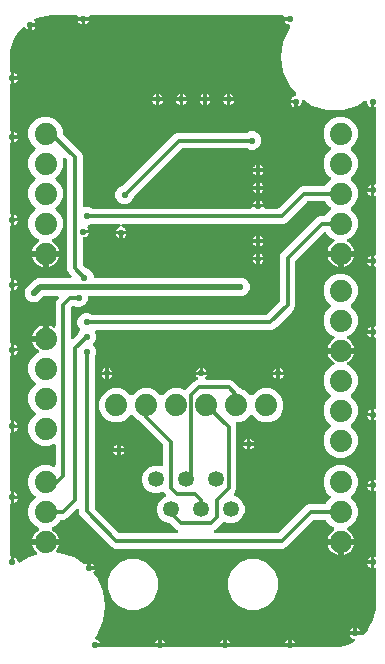
<source format=gbr>
G04 EAGLE Gerber RS-274X export*
G75*
%MOMM*%
%FSLAX34Y34*%
%LPD*%
%INBottom Copper*%
%IPPOS*%
%AMOC8*
5,1,8,0,0,1.08239X$1,22.5*%
G01*
%ADD10C,1.350000*%
%ADD11C,1.879600*%
%ADD12C,0.300000*%
%ADD13C,0.550000*%
%ADD14C,0.500000*%

G36*
X125785Y5005D02*
X125785Y5005D01*
X125821Y5002D01*
X125957Y5025D01*
X126093Y5041D01*
X126127Y5053D01*
X126162Y5058D01*
X126289Y5111D01*
X126419Y5158D01*
X126448Y5177D01*
X126481Y5191D01*
X126593Y5272D01*
X126708Y5347D01*
X126733Y5373D01*
X126761Y5393D01*
X126852Y5497D01*
X126855Y5501D01*
X132000Y5501D01*
X137135Y5501D01*
X137143Y5489D01*
X137247Y5398D01*
X137347Y5303D01*
X137378Y5285D01*
X137404Y5262D01*
X137527Y5198D01*
X137645Y5128D01*
X137679Y5118D01*
X137711Y5101D01*
X137844Y5067D01*
X137976Y5026D01*
X138011Y5024D01*
X138045Y5015D01*
X138250Y5001D01*
X180750Y5001D01*
X180785Y5005D01*
X180821Y5002D01*
X180957Y5025D01*
X181093Y5041D01*
X181127Y5053D01*
X181162Y5058D01*
X181289Y5111D01*
X181419Y5158D01*
X181448Y5177D01*
X181481Y5191D01*
X181593Y5272D01*
X181708Y5347D01*
X181733Y5373D01*
X181761Y5393D01*
X181852Y5497D01*
X181855Y5501D01*
X187000Y5501D01*
X192135Y5501D01*
X192143Y5489D01*
X192247Y5398D01*
X192347Y5303D01*
X192378Y5285D01*
X192404Y5262D01*
X192527Y5198D01*
X192645Y5128D01*
X192679Y5118D01*
X192711Y5101D01*
X192844Y5067D01*
X192976Y5026D01*
X193011Y5024D01*
X193045Y5015D01*
X193250Y5001D01*
X235750Y5001D01*
X235785Y5005D01*
X235821Y5002D01*
X235957Y5025D01*
X236093Y5041D01*
X236127Y5053D01*
X236162Y5058D01*
X236289Y5111D01*
X236419Y5158D01*
X236448Y5177D01*
X236481Y5191D01*
X236593Y5272D01*
X236708Y5347D01*
X236733Y5373D01*
X236761Y5393D01*
X236852Y5497D01*
X236855Y5501D01*
X242000Y5501D01*
X247135Y5501D01*
X247143Y5489D01*
X247247Y5398D01*
X247347Y5303D01*
X247378Y5285D01*
X247404Y5262D01*
X247527Y5198D01*
X247645Y5128D01*
X247679Y5118D01*
X247711Y5101D01*
X247844Y5067D01*
X247976Y5026D01*
X248011Y5024D01*
X248045Y5015D01*
X248250Y5001D01*
X279844Y5001D01*
X279878Y5005D01*
X279985Y5007D01*
X284473Y5429D01*
X284517Y5438D01*
X284561Y5440D01*
X284762Y5485D01*
X293436Y8073D01*
X293522Y8110D01*
X293612Y8138D01*
X293725Y8197D01*
X293754Y8210D01*
X293767Y8219D01*
X293793Y8233D01*
X296141Y9678D01*
X296244Y9760D01*
X296353Y9836D01*
X296380Y9867D01*
X296412Y9892D01*
X296495Y9995D01*
X296582Y10094D01*
X296602Y10130D01*
X296628Y10163D01*
X296684Y10282D01*
X296747Y10398D01*
X296758Y10438D01*
X296775Y10475D01*
X296803Y10604D01*
X296837Y10732D01*
X296839Y10773D01*
X296847Y10813D01*
X296845Y10945D01*
X296849Y11077D01*
X296841Y11118D01*
X296840Y11159D01*
X296807Y11287D01*
X296781Y11416D01*
X296764Y11454D01*
X296754Y11494D01*
X296692Y11611D01*
X296637Y11731D01*
X296612Y11764D01*
X296593Y11800D01*
X296507Y11900D01*
X296426Y12004D01*
X296394Y12030D01*
X296367Y12061D01*
X296260Y12138D01*
X296157Y12222D01*
X296120Y12239D01*
X296086Y12264D01*
X295964Y12314D01*
X295845Y12372D01*
X295791Y12386D01*
X295767Y12396D01*
X295734Y12402D01*
X295647Y12425D01*
X295614Y12432D01*
X294750Y12790D01*
X293972Y13310D01*
X293310Y13972D01*
X292790Y14750D01*
X292479Y15501D01*
X297000Y15501D01*
X302834Y15501D01*
X302882Y15482D01*
X302930Y15476D01*
X302976Y15462D01*
X303101Y15453D01*
X303225Y15437D01*
X303273Y15441D01*
X303321Y15438D01*
X303444Y15458D01*
X303569Y15471D01*
X303614Y15486D01*
X303662Y15494D01*
X303777Y15542D01*
X303896Y15583D01*
X303937Y15608D01*
X303981Y15627D01*
X304083Y15700D01*
X304189Y15767D01*
X304238Y15812D01*
X304261Y15829D01*
X304282Y15853D01*
X304340Y15906D01*
X308024Y19804D01*
X308080Y19879D01*
X308144Y19948D01*
X308212Y20056D01*
X308231Y20081D01*
X308237Y20096D01*
X308253Y20121D01*
X312557Y28085D01*
X312592Y28172D01*
X312635Y28255D01*
X312674Y28377D01*
X312685Y28406D01*
X312688Y28422D01*
X312697Y28451D01*
X314792Y37258D01*
X314797Y37302D01*
X314810Y37345D01*
X314832Y37549D01*
X314998Y42012D01*
X314997Y42031D01*
X314999Y42068D01*
X314999Y42229D01*
X314998Y42244D01*
X314999Y42272D01*
X314971Y43258D01*
X314985Y43314D01*
X314985Y43317D01*
X314986Y43319D01*
X314986Y43326D01*
X314999Y43519D01*
X314999Y70926D01*
X314998Y70935D01*
X314999Y70944D01*
X314978Y71106D01*
X314959Y71269D01*
X314956Y71278D01*
X314955Y71287D01*
X314898Y71440D01*
X314842Y71595D01*
X314837Y71602D01*
X314834Y71611D01*
X314743Y71747D01*
X314653Y71884D01*
X314646Y71891D01*
X314641Y71898D01*
X314521Y72010D01*
X314403Y72123D01*
X314395Y72128D01*
X314388Y72134D01*
X314245Y72216D01*
X314105Y72298D01*
X314096Y72301D01*
X314088Y72305D01*
X313931Y72352D01*
X313774Y72400D01*
X313765Y72401D01*
X313756Y72403D01*
X313594Y72412D01*
X313499Y72419D01*
X313499Y77000D01*
X313499Y81580D01*
X313552Y81576D01*
X313561Y81577D01*
X313571Y81576D01*
X313732Y81603D01*
X313894Y81627D01*
X313903Y81631D01*
X313912Y81632D01*
X314063Y81695D01*
X314215Y81756D01*
X314222Y81762D01*
X314231Y81765D01*
X314364Y81861D01*
X314498Y81955D01*
X314504Y81962D01*
X314511Y81967D01*
X314619Y82092D01*
X314728Y82213D01*
X314732Y82221D01*
X314738Y82228D01*
X314815Y82375D01*
X314892Y82517D01*
X314894Y82526D01*
X314899Y82535D01*
X314940Y82694D01*
X314983Y82851D01*
X314983Y82860D01*
X314985Y82869D01*
X314999Y83074D01*
X314999Y135926D01*
X314998Y135935D01*
X314999Y135944D01*
X314978Y136106D01*
X314959Y136269D01*
X314956Y136278D01*
X314955Y136287D01*
X314898Y136440D01*
X314842Y136595D01*
X314837Y136602D01*
X314834Y136611D01*
X314743Y136747D01*
X314653Y136884D01*
X314646Y136891D01*
X314641Y136898D01*
X314521Y137010D01*
X314403Y137123D01*
X314395Y137128D01*
X314388Y137134D01*
X314245Y137216D01*
X314105Y137298D01*
X314096Y137301D01*
X314088Y137305D01*
X313931Y137352D01*
X313774Y137400D01*
X313765Y137401D01*
X313756Y137403D01*
X313594Y137412D01*
X313499Y137419D01*
X313499Y142000D01*
X313499Y146580D01*
X313552Y146576D01*
X313561Y146577D01*
X313571Y146576D01*
X313732Y146603D01*
X313894Y146627D01*
X313903Y146631D01*
X313912Y146632D01*
X314063Y146695D01*
X314215Y146756D01*
X314222Y146762D01*
X314231Y146765D01*
X314364Y146861D01*
X314498Y146955D01*
X314504Y146962D01*
X314511Y146967D01*
X314619Y147092D01*
X314728Y147213D01*
X314732Y147221D01*
X314738Y147228D01*
X314815Y147375D01*
X314892Y147517D01*
X314894Y147526D01*
X314899Y147535D01*
X314940Y147695D01*
X314983Y147851D01*
X314983Y147860D01*
X314985Y147869D01*
X314999Y148074D01*
X314999Y195926D01*
X314998Y195935D01*
X314999Y195944D01*
X314978Y196106D01*
X314959Y196269D01*
X314956Y196278D01*
X314955Y196287D01*
X314898Y196440D01*
X314842Y196595D01*
X314837Y196602D01*
X314834Y196611D01*
X314743Y196747D01*
X314653Y196884D01*
X314646Y196891D01*
X314641Y196898D01*
X314521Y197010D01*
X314403Y197123D01*
X314395Y197128D01*
X314388Y197134D01*
X314245Y197216D01*
X314105Y197298D01*
X314096Y197301D01*
X314088Y197305D01*
X313931Y197352D01*
X313774Y197400D01*
X313765Y197401D01*
X313756Y197403D01*
X313594Y197412D01*
X313499Y197419D01*
X313499Y202000D01*
X313499Y206580D01*
X313552Y206576D01*
X313561Y206577D01*
X313571Y206576D01*
X313732Y206603D01*
X313894Y206627D01*
X313903Y206631D01*
X313912Y206632D01*
X314063Y206695D01*
X314215Y206756D01*
X314222Y206762D01*
X314231Y206765D01*
X314364Y206861D01*
X314498Y206955D01*
X314504Y206962D01*
X314511Y206967D01*
X314619Y207092D01*
X314728Y207213D01*
X314732Y207221D01*
X314738Y207228D01*
X314815Y207375D01*
X314892Y207517D01*
X314894Y207526D01*
X314899Y207535D01*
X314940Y207695D01*
X314983Y207851D01*
X314983Y207860D01*
X314985Y207869D01*
X314999Y208074D01*
X314999Y265926D01*
X314998Y265935D01*
X314999Y265944D01*
X314978Y266106D01*
X314959Y266269D01*
X314956Y266278D01*
X314955Y266287D01*
X314898Y266440D01*
X314842Y266595D01*
X314837Y266602D01*
X314834Y266611D01*
X314743Y266747D01*
X314653Y266884D01*
X314646Y266891D01*
X314641Y266898D01*
X314521Y267010D01*
X314403Y267123D01*
X314395Y267128D01*
X314388Y267134D01*
X314245Y267216D01*
X314105Y267298D01*
X314096Y267301D01*
X314088Y267305D01*
X313931Y267352D01*
X313774Y267400D01*
X313765Y267401D01*
X313756Y267403D01*
X313594Y267412D01*
X313499Y267419D01*
X313499Y272000D01*
X313499Y276580D01*
X313552Y276576D01*
X313561Y276577D01*
X313571Y276576D01*
X313732Y276603D01*
X313894Y276627D01*
X313903Y276631D01*
X313912Y276632D01*
X314063Y276695D01*
X314215Y276756D01*
X314222Y276762D01*
X314231Y276765D01*
X314364Y276861D01*
X314498Y276955D01*
X314504Y276962D01*
X314511Y276967D01*
X314619Y277092D01*
X314728Y277213D01*
X314732Y277221D01*
X314738Y277228D01*
X314815Y277375D01*
X314892Y277517D01*
X314894Y277526D01*
X314899Y277535D01*
X314940Y277695D01*
X314983Y277851D01*
X314983Y277860D01*
X314985Y277869D01*
X314999Y278074D01*
X314999Y325926D01*
X314998Y325935D01*
X314999Y325944D01*
X314978Y326106D01*
X314959Y326269D01*
X314956Y326278D01*
X314955Y326287D01*
X314898Y326440D01*
X314842Y326595D01*
X314837Y326602D01*
X314834Y326611D01*
X314743Y326747D01*
X314653Y326884D01*
X314646Y326891D01*
X314641Y326898D01*
X314521Y327010D01*
X314403Y327123D01*
X314395Y327128D01*
X314388Y327134D01*
X314245Y327216D01*
X314105Y327298D01*
X314096Y327301D01*
X314088Y327305D01*
X313931Y327352D01*
X313774Y327400D01*
X313765Y327401D01*
X313756Y327403D01*
X313594Y327412D01*
X313499Y327419D01*
X313499Y332000D01*
X313499Y336580D01*
X313552Y336576D01*
X313561Y336577D01*
X313571Y336576D01*
X313732Y336603D01*
X313894Y336627D01*
X313903Y336631D01*
X313912Y336632D01*
X314063Y336695D01*
X314215Y336756D01*
X314222Y336762D01*
X314231Y336765D01*
X314364Y336861D01*
X314498Y336955D01*
X314504Y336962D01*
X314511Y336967D01*
X314619Y337092D01*
X314728Y337213D01*
X314732Y337221D01*
X314738Y337228D01*
X314815Y337375D01*
X314892Y337517D01*
X314894Y337526D01*
X314899Y337535D01*
X314940Y337695D01*
X314983Y337851D01*
X314983Y337860D01*
X314985Y337869D01*
X314999Y338074D01*
X314999Y385926D01*
X314998Y385935D01*
X314999Y385944D01*
X314978Y386106D01*
X314959Y386269D01*
X314956Y386278D01*
X314955Y386287D01*
X314898Y386440D01*
X314842Y386595D01*
X314837Y386602D01*
X314834Y386611D01*
X314743Y386747D01*
X314653Y386884D01*
X314646Y386891D01*
X314641Y386898D01*
X314521Y387010D01*
X314403Y387123D01*
X314395Y387128D01*
X314388Y387134D01*
X314245Y387216D01*
X314105Y387298D01*
X314096Y387301D01*
X314088Y387305D01*
X313931Y387352D01*
X313774Y387400D01*
X313765Y387401D01*
X313756Y387403D01*
X313594Y387412D01*
X313499Y387419D01*
X313499Y392000D01*
X313499Y396580D01*
X313552Y396576D01*
X313561Y396577D01*
X313571Y396576D01*
X313732Y396603D01*
X313894Y396627D01*
X313903Y396631D01*
X313912Y396632D01*
X314063Y396695D01*
X314215Y396756D01*
X314222Y396762D01*
X314231Y396765D01*
X314364Y396861D01*
X314498Y396955D01*
X314504Y396962D01*
X314511Y396967D01*
X314619Y397092D01*
X314728Y397213D01*
X314732Y397221D01*
X314738Y397228D01*
X314815Y397375D01*
X314892Y397517D01*
X314894Y397526D01*
X314899Y397535D01*
X314940Y397695D01*
X314983Y397851D01*
X314983Y397860D01*
X314985Y397869D01*
X314999Y398074D01*
X314999Y460926D01*
X314998Y460935D01*
X314999Y460944D01*
X314978Y461106D01*
X314959Y461269D01*
X314956Y461278D01*
X314955Y461287D01*
X314898Y461440D01*
X314842Y461595D01*
X314837Y461602D01*
X314834Y461611D01*
X314743Y461747D01*
X314653Y461884D01*
X314646Y461891D01*
X314641Y461898D01*
X314521Y462010D01*
X314403Y462123D01*
X314395Y462128D01*
X314388Y462134D01*
X314245Y462216D01*
X314105Y462298D01*
X314096Y462301D01*
X314088Y462305D01*
X313931Y462352D01*
X313774Y462400D01*
X313765Y462401D01*
X313756Y462403D01*
X313594Y462412D01*
X313499Y462419D01*
X313499Y467000D01*
X313495Y467035D01*
X313498Y467070D01*
X313475Y467206D01*
X313460Y467343D01*
X313447Y467376D01*
X313442Y467411D01*
X313389Y467539D01*
X313342Y467668D01*
X313323Y467698D01*
X313309Y467731D01*
X313229Y467842D01*
X313153Y467958D01*
X313128Y467982D01*
X313107Y468011D01*
X313003Y468102D01*
X312903Y468197D01*
X312873Y468214D01*
X312846Y468238D01*
X312723Y468302D01*
X312605Y468372D01*
X312571Y468382D01*
X312540Y468399D01*
X312406Y468433D01*
X312275Y468474D01*
X312239Y468476D01*
X312205Y468485D01*
X312000Y468499D01*
X311965Y468495D01*
X311930Y468497D01*
X311929Y468497D01*
X311793Y468475D01*
X311656Y468459D01*
X311623Y468447D01*
X311588Y468441D01*
X311461Y468388D01*
X311331Y468342D01*
X311301Y468322D01*
X311269Y468309D01*
X311157Y468228D01*
X311042Y468153D01*
X311017Y468127D01*
X310988Y468106D01*
X310898Y468002D01*
X310803Y467903D01*
X310785Y467872D01*
X310762Y467845D01*
X310698Y467723D01*
X310628Y467604D01*
X310618Y467571D01*
X310601Y467539D01*
X310567Y467406D01*
X310526Y467274D01*
X310523Y467239D01*
X310515Y467204D01*
X310501Y467000D01*
X310501Y462479D01*
X309750Y462790D01*
X308972Y463310D01*
X308310Y463972D01*
X307790Y464750D01*
X307432Y465614D01*
X307274Y466410D01*
X307230Y466546D01*
X307191Y466684D01*
X307177Y466710D01*
X307167Y466739D01*
X307094Y466861D01*
X307025Y466987D01*
X307004Y467009D01*
X306989Y467035D01*
X306889Y467137D01*
X306793Y467243D01*
X306768Y467261D01*
X306747Y467282D01*
X306626Y467359D01*
X306509Y467440D01*
X306481Y467451D01*
X306455Y467468D01*
X306320Y467515D01*
X306187Y467567D01*
X306157Y467571D01*
X306129Y467581D01*
X305986Y467596D01*
X305845Y467616D01*
X305815Y467614D01*
X305785Y467617D01*
X305643Y467599D01*
X305501Y467586D01*
X305472Y467577D01*
X305442Y467573D01*
X305308Y467522D01*
X305172Y467478D01*
X305137Y467458D01*
X305118Y467451D01*
X305090Y467433D01*
X304993Y467379D01*
X298953Y463498D01*
X286493Y459839D01*
X273507Y459839D01*
X261047Y463498D01*
X254061Y467987D01*
X253955Y468039D01*
X253855Y468098D01*
X253801Y468115D01*
X253750Y468140D01*
X253636Y468166D01*
X253524Y468200D01*
X253468Y468204D01*
X253413Y468217D01*
X253296Y468216D01*
X253179Y468224D01*
X253124Y468215D01*
X253067Y468214D01*
X252954Y468187D01*
X252838Y468168D01*
X252786Y468146D01*
X252731Y468133D01*
X252627Y468080D01*
X252519Y468035D01*
X252473Y468002D01*
X252423Y467977D01*
X252333Y467901D01*
X252239Y467833D01*
X252202Y467790D01*
X252158Y467754D01*
X252089Y467660D01*
X252012Y467572D01*
X251986Y467522D01*
X251952Y467476D01*
X251906Y467369D01*
X251851Y467266D01*
X251837Y467211D01*
X251815Y467159D01*
X251794Y467044D01*
X251765Y466931D01*
X251759Y466850D01*
X251754Y466819D01*
X251755Y466790D01*
X251751Y466726D01*
X251751Y466532D01*
X251568Y465614D01*
X251210Y464750D01*
X250690Y463972D01*
X250028Y463310D01*
X249250Y462790D01*
X248499Y462479D01*
X248499Y467000D01*
X248495Y467035D01*
X248498Y467070D01*
X248475Y467206D01*
X248460Y467343D01*
X248447Y467376D01*
X248442Y467411D01*
X248389Y467539D01*
X248342Y467668D01*
X248323Y467698D01*
X248309Y467731D01*
X248229Y467842D01*
X248153Y467958D01*
X248128Y467982D01*
X248107Y468011D01*
X248106Y468011D01*
X248106Y468012D01*
X248002Y468102D01*
X247903Y468197D01*
X247872Y468215D01*
X247845Y468238D01*
X247723Y468302D01*
X247604Y468372D01*
X247571Y468382D01*
X247539Y468399D01*
X247406Y468433D01*
X247274Y468474D01*
X247239Y468477D01*
X247204Y468485D01*
X247000Y468499D01*
X242479Y468499D01*
X242790Y469250D01*
X243310Y470028D01*
X243972Y470690D01*
X244750Y471210D01*
X245614Y471568D01*
X246154Y471676D01*
X246227Y471699D01*
X246303Y471713D01*
X246391Y471752D01*
X246483Y471782D01*
X246549Y471821D01*
X246619Y471852D01*
X246696Y471910D01*
X246779Y471960D01*
X246834Y472014D01*
X246895Y472060D01*
X246957Y472135D01*
X247026Y472202D01*
X247067Y472267D01*
X247117Y472326D01*
X247160Y472412D01*
X247211Y472494D01*
X247237Y472567D01*
X247271Y472635D01*
X247293Y472729D01*
X247325Y472820D01*
X247333Y472897D01*
X247351Y472972D01*
X247351Y473069D01*
X247361Y473164D01*
X247351Y473241D01*
X247351Y473318D01*
X247329Y473411D01*
X247317Y473507D01*
X247289Y473579D01*
X247272Y473654D01*
X247229Y473741D01*
X247195Y473831D01*
X247152Y473895D01*
X247118Y473964D01*
X247011Y474106D01*
X247003Y474118D01*
X246999Y474121D01*
X246995Y474128D01*
X241618Y480333D01*
X236223Y492146D01*
X234375Y505000D01*
X236223Y517854D01*
X241618Y529667D01*
X241825Y529906D01*
X241868Y529970D01*
X241919Y530027D01*
X241965Y530112D01*
X242020Y530192D01*
X242047Y530264D01*
X242084Y530331D01*
X242109Y530424D01*
X242144Y530514D01*
X242154Y530591D01*
X242174Y530665D01*
X242178Y530761D01*
X242191Y530857D01*
X242183Y530934D01*
X242186Y531010D01*
X242167Y531105D01*
X242158Y531201D01*
X242133Y531274D01*
X242118Y531350D01*
X242078Y531437D01*
X242047Y531529D01*
X242006Y531594D01*
X241974Y531664D01*
X241915Y531740D01*
X241864Y531822D01*
X241810Y531876D01*
X241762Y531937D01*
X241688Y531998D01*
X241619Y532066D01*
X241553Y532106D01*
X241494Y532155D01*
X241407Y532196D01*
X241325Y532247D01*
X241251Y532271D01*
X241182Y532305D01*
X241010Y532351D01*
X240996Y532356D01*
X240992Y532356D01*
X240984Y532358D01*
X240614Y532432D01*
X239750Y532790D01*
X238972Y533310D01*
X238310Y533972D01*
X237790Y534750D01*
X237479Y535501D01*
X242000Y535501D01*
X242035Y535505D01*
X242070Y535502D01*
X242206Y535525D01*
X242343Y535540D01*
X242376Y535552D01*
X242411Y535558D01*
X242539Y535611D01*
X242668Y535658D01*
X242698Y535677D01*
X242731Y535691D01*
X242842Y535771D01*
X242958Y535847D01*
X242982Y535872D01*
X243011Y535893D01*
X243102Y535997D01*
X243197Y536097D01*
X243214Y536127D01*
X243238Y536154D01*
X243302Y536277D01*
X243372Y536395D01*
X243382Y536429D01*
X243399Y536460D01*
X243433Y536594D01*
X243474Y536725D01*
X243476Y536761D01*
X243485Y536795D01*
X243499Y537000D01*
X243495Y537035D01*
X243497Y537070D01*
X243497Y537071D01*
X243475Y537207D01*
X243459Y537344D01*
X243447Y537377D01*
X243441Y537412D01*
X243388Y537539D01*
X243342Y537669D01*
X243322Y537699D01*
X243309Y537731D01*
X243228Y537843D01*
X243153Y537958D01*
X243127Y537983D01*
X243106Y538012D01*
X243002Y538102D01*
X242903Y538197D01*
X242872Y538215D01*
X242845Y538238D01*
X242723Y538302D01*
X242604Y538372D01*
X242571Y538382D01*
X242539Y538399D01*
X242406Y538433D01*
X242274Y538474D01*
X242239Y538477D01*
X242204Y538485D01*
X242000Y538499D01*
X237420Y538499D01*
X237424Y538552D01*
X237423Y538561D01*
X237424Y538571D01*
X237397Y538732D01*
X237373Y538894D01*
X237369Y538903D01*
X237368Y538912D01*
X237305Y539063D01*
X237244Y539215D01*
X237238Y539222D01*
X237235Y539231D01*
X237139Y539364D01*
X237045Y539498D01*
X237038Y539504D01*
X237033Y539511D01*
X236908Y539619D01*
X236787Y539728D01*
X236779Y539732D01*
X236772Y539738D01*
X236625Y539815D01*
X236483Y539892D01*
X236474Y539894D01*
X236465Y539899D01*
X236305Y539940D01*
X236149Y539983D01*
X236140Y539983D01*
X236131Y539985D01*
X235926Y539999D01*
X73074Y539999D01*
X73065Y539998D01*
X73056Y539999D01*
X72894Y539978D01*
X72731Y539959D01*
X72722Y539956D01*
X72713Y539955D01*
X72560Y539898D01*
X72405Y539842D01*
X72398Y539837D01*
X72389Y539834D01*
X72253Y539743D01*
X72116Y539653D01*
X72109Y539646D01*
X72102Y539641D01*
X71990Y539521D01*
X71877Y539403D01*
X71872Y539395D01*
X71866Y539388D01*
X71784Y539245D01*
X71702Y539105D01*
X71699Y539096D01*
X71695Y539088D01*
X71648Y538931D01*
X71600Y538774D01*
X71599Y538765D01*
X71597Y538756D01*
X71588Y538594D01*
X71581Y538499D01*
X67000Y538499D01*
X62420Y538499D01*
X62424Y538552D01*
X62423Y538561D01*
X62424Y538571D01*
X62397Y538732D01*
X62373Y538894D01*
X62369Y538903D01*
X62368Y538912D01*
X62305Y539063D01*
X62244Y539215D01*
X62238Y539222D01*
X62235Y539231D01*
X62139Y539364D01*
X62045Y539498D01*
X62038Y539504D01*
X62033Y539511D01*
X61908Y539619D01*
X61787Y539728D01*
X61779Y539732D01*
X61772Y539738D01*
X61625Y539815D01*
X61483Y539892D01*
X61474Y539894D01*
X61465Y539899D01*
X61305Y539940D01*
X61149Y539983D01*
X61140Y539983D01*
X61131Y539985D01*
X60926Y539999D01*
X40000Y539999D01*
X39970Y539996D01*
X39902Y539996D01*
X35529Y539709D01*
X35485Y539701D01*
X35441Y539701D01*
X35239Y539662D01*
X26792Y537398D01*
X26705Y537364D01*
X26615Y537339D01*
X26500Y537282D01*
X26471Y537271D01*
X26458Y537262D01*
X26431Y537248D01*
X26212Y537122D01*
X26144Y537072D01*
X26071Y537030D01*
X26006Y536969D01*
X25935Y536916D01*
X25880Y536852D01*
X25818Y536794D01*
X25769Y536720D01*
X25712Y536652D01*
X25673Y536576D01*
X25627Y536506D01*
X25596Y536423D01*
X25555Y536344D01*
X25535Y536261D01*
X25506Y536182D01*
X25495Y536094D01*
X25474Y536008D01*
X25473Y535923D01*
X25463Y535839D01*
X25472Y535751D01*
X25471Y535662D01*
X25490Y535579D01*
X25499Y535495D01*
X25528Y535412D01*
X25548Y535325D01*
X25585Y535249D01*
X25613Y535169D01*
X25689Y535037D01*
X25700Y535014D01*
X25706Y535007D01*
X25715Y534991D01*
X26210Y534250D01*
X26521Y533499D01*
X22000Y533499D01*
X21965Y533495D01*
X21930Y533498D01*
X21794Y533475D01*
X21657Y533460D01*
X21624Y533447D01*
X21589Y533442D01*
X21461Y533389D01*
X21332Y533342D01*
X21302Y533323D01*
X21269Y533309D01*
X21158Y533229D01*
X21042Y533153D01*
X21018Y533127D01*
X20989Y533107D01*
X20988Y533106D01*
X20898Y533002D01*
X20803Y532903D01*
X20785Y532872D01*
X20762Y532845D01*
X20697Y532723D01*
X20628Y532604D01*
X20618Y532571D01*
X20601Y532539D01*
X20567Y532406D01*
X20526Y532274D01*
X20523Y532239D01*
X20515Y532204D01*
X20501Y532000D01*
X20501Y527479D01*
X19750Y527790D01*
X18972Y528310D01*
X18310Y528972D01*
X17951Y529508D01*
X17945Y529516D01*
X17941Y529524D01*
X17833Y529647D01*
X17727Y529772D01*
X17720Y529777D01*
X17714Y529784D01*
X17580Y529881D01*
X17449Y529977D01*
X17440Y529981D01*
X17433Y529986D01*
X17281Y530049D01*
X17131Y530113D01*
X17122Y530114D01*
X17113Y530118D01*
X16950Y530144D01*
X16790Y530172D01*
X16781Y530172D01*
X16772Y530173D01*
X16608Y530162D01*
X16445Y530152D01*
X16436Y530149D01*
X16427Y530149D01*
X16271Y530100D01*
X16114Y530053D01*
X16106Y530049D01*
X16097Y530046D01*
X15957Y529963D01*
X15814Y529881D01*
X15807Y529875D01*
X15799Y529870D01*
X15644Y529736D01*
X12363Y526454D01*
X12304Y526380D01*
X12239Y526313D01*
X12167Y526207D01*
X12148Y526183D01*
X12141Y526168D01*
X12124Y526143D01*
X7752Y518570D01*
X7719Y518495D01*
X7678Y518425D01*
X7674Y518413D01*
X7668Y518402D01*
X7627Y518281D01*
X7614Y518252D01*
X7612Y518237D01*
X7602Y518208D01*
X5338Y509761D01*
X5332Y509717D01*
X5318Y509674D01*
X5291Y509471D01*
X5004Y505098D01*
X5005Y505069D01*
X5001Y505000D01*
X5001Y493250D01*
X5005Y493215D01*
X5002Y493179D01*
X5025Y493043D01*
X5041Y492907D01*
X5053Y492873D01*
X5058Y492838D01*
X5111Y492711D01*
X5158Y492581D01*
X5177Y492552D01*
X5191Y492519D01*
X5272Y492407D01*
X5347Y492292D01*
X5373Y492267D01*
X5393Y492239D01*
X5497Y492148D01*
X5501Y492145D01*
X5501Y487000D01*
X5501Y481865D01*
X5489Y481857D01*
X5398Y481753D01*
X5303Y481653D01*
X5285Y481622D01*
X5262Y481596D01*
X5198Y481473D01*
X5128Y481355D01*
X5118Y481321D01*
X5101Y481289D01*
X5067Y481156D01*
X5026Y481024D01*
X5024Y480989D01*
X5015Y480955D01*
X5001Y480750D01*
X5001Y443250D01*
X5005Y443215D01*
X5002Y443179D01*
X5025Y443043D01*
X5041Y442907D01*
X5053Y442873D01*
X5058Y442838D01*
X5111Y442711D01*
X5158Y442581D01*
X5177Y442552D01*
X5191Y442519D01*
X5272Y442407D01*
X5347Y442292D01*
X5373Y442267D01*
X5393Y442239D01*
X5497Y442148D01*
X5501Y442145D01*
X5501Y437000D01*
X5501Y431865D01*
X5489Y431857D01*
X5398Y431753D01*
X5303Y431653D01*
X5285Y431622D01*
X5262Y431596D01*
X5198Y431473D01*
X5128Y431355D01*
X5118Y431321D01*
X5101Y431289D01*
X5067Y431156D01*
X5026Y431024D01*
X5024Y430989D01*
X5015Y430955D01*
X5001Y430750D01*
X5001Y373250D01*
X5005Y373215D01*
X5002Y373179D01*
X5025Y373043D01*
X5041Y372907D01*
X5053Y372873D01*
X5058Y372838D01*
X5111Y372711D01*
X5158Y372581D01*
X5177Y372552D01*
X5191Y372519D01*
X5272Y372407D01*
X5347Y372292D01*
X5373Y372267D01*
X5393Y372239D01*
X5497Y372148D01*
X5501Y372145D01*
X5501Y367000D01*
X5501Y361865D01*
X5489Y361857D01*
X5398Y361753D01*
X5303Y361653D01*
X5285Y361622D01*
X5262Y361596D01*
X5198Y361473D01*
X5128Y361355D01*
X5118Y361321D01*
X5101Y361289D01*
X5067Y361156D01*
X5026Y361024D01*
X5024Y360989D01*
X5015Y360955D01*
X5001Y360750D01*
X5001Y318250D01*
X5005Y318215D01*
X5002Y318179D01*
X5025Y318043D01*
X5041Y317907D01*
X5053Y317873D01*
X5058Y317838D01*
X5111Y317711D01*
X5158Y317581D01*
X5177Y317552D01*
X5191Y317519D01*
X5272Y317407D01*
X5347Y317292D01*
X5373Y317267D01*
X5393Y317239D01*
X5497Y317148D01*
X5501Y317145D01*
X5501Y312000D01*
X5501Y306865D01*
X5489Y306857D01*
X5398Y306753D01*
X5303Y306653D01*
X5285Y306622D01*
X5262Y306596D01*
X5198Y306473D01*
X5128Y306355D01*
X5118Y306321D01*
X5101Y306289D01*
X5067Y306156D01*
X5026Y306024D01*
X5024Y305989D01*
X5015Y305955D01*
X5001Y305750D01*
X5001Y263250D01*
X5005Y263215D01*
X5002Y263179D01*
X5025Y263043D01*
X5041Y262907D01*
X5053Y262873D01*
X5058Y262838D01*
X5111Y262711D01*
X5158Y262581D01*
X5177Y262552D01*
X5191Y262519D01*
X5272Y262407D01*
X5347Y262292D01*
X5373Y262267D01*
X5393Y262239D01*
X5497Y262148D01*
X5501Y262145D01*
X5501Y257000D01*
X5501Y251865D01*
X5489Y251857D01*
X5398Y251753D01*
X5303Y251653D01*
X5285Y251622D01*
X5262Y251596D01*
X5198Y251473D01*
X5128Y251355D01*
X5118Y251321D01*
X5101Y251289D01*
X5067Y251156D01*
X5026Y251024D01*
X5024Y250989D01*
X5015Y250955D01*
X5001Y250750D01*
X5001Y198250D01*
X5005Y198215D01*
X5002Y198179D01*
X5025Y198043D01*
X5041Y197907D01*
X5053Y197873D01*
X5058Y197838D01*
X5111Y197711D01*
X5158Y197581D01*
X5177Y197552D01*
X5191Y197519D01*
X5272Y197407D01*
X5347Y197292D01*
X5373Y197267D01*
X5393Y197239D01*
X5497Y197148D01*
X5501Y197145D01*
X5501Y192000D01*
X5501Y186865D01*
X5489Y186857D01*
X5398Y186753D01*
X5303Y186653D01*
X5285Y186622D01*
X5262Y186596D01*
X5198Y186473D01*
X5128Y186355D01*
X5118Y186321D01*
X5101Y186289D01*
X5067Y186156D01*
X5026Y186024D01*
X5024Y185989D01*
X5015Y185955D01*
X5001Y185750D01*
X5001Y138250D01*
X5005Y138215D01*
X5002Y138179D01*
X5025Y138043D01*
X5041Y137907D01*
X5053Y137873D01*
X5058Y137838D01*
X5111Y137711D01*
X5158Y137581D01*
X5177Y137552D01*
X5191Y137519D01*
X5272Y137407D01*
X5347Y137292D01*
X5373Y137267D01*
X5393Y137239D01*
X5497Y137148D01*
X5501Y137145D01*
X5501Y132000D01*
X5501Y126865D01*
X5489Y126857D01*
X5398Y126753D01*
X5303Y126653D01*
X5285Y126622D01*
X5262Y126596D01*
X5198Y126473D01*
X5128Y126355D01*
X5118Y126321D01*
X5101Y126289D01*
X5067Y126156D01*
X5026Y126024D01*
X5024Y125989D01*
X5015Y125955D01*
X5001Y125750D01*
X5001Y83250D01*
X5005Y83215D01*
X5002Y83179D01*
X5025Y83043D01*
X5041Y82907D01*
X5053Y82873D01*
X5058Y82838D01*
X5111Y82711D01*
X5158Y82581D01*
X5177Y82552D01*
X5191Y82519D01*
X5272Y82407D01*
X5347Y82292D01*
X5373Y82267D01*
X5393Y82239D01*
X5497Y82148D01*
X5501Y82145D01*
X5501Y77000D01*
X5505Y76965D01*
X5502Y76930D01*
X5525Y76794D01*
X5540Y76657D01*
X5552Y76624D01*
X5558Y76589D01*
X5611Y76461D01*
X5658Y76332D01*
X5677Y76302D01*
X5691Y76269D01*
X5771Y76158D01*
X5847Y76042D01*
X5872Y76018D01*
X5893Y75989D01*
X5997Y75898D01*
X6097Y75803D01*
X6127Y75786D01*
X6154Y75762D01*
X6277Y75698D01*
X6395Y75628D01*
X6429Y75618D01*
X6460Y75601D01*
X6594Y75567D01*
X6725Y75526D01*
X6761Y75524D01*
X6795Y75515D01*
X7000Y75501D01*
X7035Y75505D01*
X7070Y75503D01*
X7071Y75503D01*
X7207Y75525D01*
X7344Y75541D01*
X7377Y75553D01*
X7412Y75559D01*
X7539Y75612D01*
X7669Y75658D01*
X7699Y75678D01*
X7731Y75691D01*
X7843Y75772D01*
X7958Y75847D01*
X7983Y75873D01*
X8012Y75894D01*
X8102Y75998D01*
X8197Y76097D01*
X8215Y76128D01*
X8238Y76155D01*
X8302Y76277D01*
X8372Y76396D01*
X8382Y76429D01*
X8399Y76461D01*
X8433Y76594D01*
X8474Y76726D01*
X8477Y76761D01*
X8485Y76796D01*
X8499Y77000D01*
X8499Y81521D01*
X9250Y81210D01*
X10028Y80690D01*
X10690Y80028D01*
X11210Y79250D01*
X11568Y78386D01*
X11663Y77907D01*
X11707Y77771D01*
X11746Y77633D01*
X11760Y77607D01*
X11770Y77578D01*
X11844Y77455D01*
X11912Y77330D01*
X11932Y77308D01*
X11948Y77282D01*
X12048Y77179D01*
X12144Y77073D01*
X12169Y77056D01*
X12190Y77034D01*
X12311Y76958D01*
X12428Y76877D01*
X12456Y76865D01*
X12482Y76849D01*
X12617Y76802D01*
X12750Y76750D01*
X12780Y76746D01*
X12808Y76736D01*
X12951Y76721D01*
X13092Y76701D01*
X13122Y76703D01*
X13152Y76700D01*
X13294Y76718D01*
X13436Y76731D01*
X13465Y76740D01*
X13495Y76744D01*
X13629Y76794D01*
X13765Y76839D01*
X13800Y76859D01*
X13819Y76866D01*
X13847Y76884D01*
X13944Y76938D01*
X21047Y81502D01*
X26763Y83181D01*
X26821Y83206D01*
X26883Y83222D01*
X26980Y83273D01*
X27081Y83316D01*
X27132Y83353D01*
X27189Y83383D01*
X27271Y83455D01*
X27360Y83520D01*
X27401Y83568D01*
X27449Y83610D01*
X27513Y83699D01*
X27585Y83783D01*
X27614Y83839D01*
X27651Y83891D01*
X27693Y83992D01*
X27743Y84090D01*
X27759Y84152D01*
X27783Y84211D01*
X27800Y84319D01*
X27827Y84425D01*
X27828Y84489D01*
X27838Y84552D01*
X27830Y84661D01*
X27832Y84771D01*
X27818Y84833D01*
X27814Y84897D01*
X27781Y85002D01*
X27757Y85109D01*
X27730Y85166D01*
X27711Y85227D01*
X27655Y85322D01*
X27608Y85420D01*
X27568Y85470D01*
X27535Y85525D01*
X27400Y85679D01*
X26305Y86774D01*
X25251Y88226D01*
X24436Y89824D01*
X23882Y91531D01*
X23861Y91661D01*
X33960Y91661D01*
X33995Y91665D01*
X34030Y91662D01*
X34166Y91685D01*
X34303Y91701D01*
X34337Y91713D01*
X34372Y91718D01*
X34499Y91771D01*
X34628Y91818D01*
X34658Y91837D01*
X34691Y91851D01*
X34803Y91932D01*
X34918Y92007D01*
X34942Y92033D01*
X34971Y92053D01*
X35002Y92089D01*
X35038Y92058D01*
X35137Y91963D01*
X35168Y91945D01*
X35195Y91922D01*
X35317Y91858D01*
X35435Y91788D01*
X35469Y91778D01*
X35501Y91761D01*
X35634Y91727D01*
X35766Y91686D01*
X35801Y91684D01*
X35836Y91675D01*
X36040Y91661D01*
X46139Y91661D01*
X46118Y91531D01*
X45564Y89824D01*
X44749Y88226D01*
X44252Y87541D01*
X44173Y87402D01*
X44093Y87265D01*
X44089Y87252D01*
X44082Y87240D01*
X44038Y87086D01*
X43991Y86935D01*
X43990Y86921D01*
X43986Y86908D01*
X43978Y86749D01*
X43967Y86590D01*
X43969Y86576D01*
X43969Y86563D01*
X43997Y86406D01*
X44023Y86248D01*
X44028Y86236D01*
X44031Y86223D01*
X44095Y86076D01*
X44156Y85929D01*
X44164Y85918D01*
X44169Y85906D01*
X44265Y85778D01*
X44358Y85649D01*
X44368Y85640D01*
X44376Y85629D01*
X44499Y85527D01*
X44619Y85422D01*
X44631Y85416D01*
X44642Y85407D01*
X44783Y85336D01*
X44925Y85261D01*
X44938Y85258D01*
X44950Y85252D01*
X45105Y85215D01*
X45260Y85175D01*
X45277Y85174D01*
X45287Y85172D01*
X45311Y85171D01*
X45465Y85161D01*
X46493Y85161D01*
X58953Y81502D01*
X67667Y75902D01*
X67734Y75869D01*
X67796Y75828D01*
X67889Y75794D01*
X67978Y75750D01*
X68050Y75734D01*
X68120Y75708D01*
X68218Y75695D01*
X68315Y75673D01*
X68389Y75674D01*
X68463Y75664D01*
X68562Y75675D01*
X68661Y75675D01*
X68733Y75693D01*
X68807Y75701D01*
X68900Y75733D01*
X68997Y75757D01*
X69063Y75790D01*
X69133Y75815D01*
X69297Y75909D01*
X69305Y75913D01*
X69307Y75915D01*
X69311Y75917D01*
X69750Y76210D01*
X70501Y76521D01*
X70501Y74322D01*
X70509Y74251D01*
X70507Y74179D01*
X70529Y74080D01*
X70540Y73979D01*
X70565Y73911D01*
X70580Y73841D01*
X70623Y73749D01*
X70658Y73654D01*
X70697Y73593D01*
X70728Y73529D01*
X70845Y73367D01*
X70847Y73364D01*
X70848Y73363D01*
X70848Y73362D01*
X70970Y73247D01*
X71097Y73125D01*
X71098Y73124D01*
X71099Y73124D01*
X71254Y73033D01*
X71395Y72950D01*
X71396Y72950D01*
X71397Y72949D01*
X71570Y72896D01*
X71726Y72848D01*
X71727Y72848D01*
X71728Y72848D01*
X71902Y72836D01*
X72071Y72824D01*
X72072Y72824D01*
X72073Y72824D01*
X72243Y72853D01*
X72412Y72880D01*
X72413Y72881D01*
X72414Y72881D01*
X72572Y72947D01*
X72731Y73013D01*
X72732Y73014D01*
X72733Y73014D01*
X72871Y73114D01*
X73012Y73215D01*
X73012Y73216D01*
X73013Y73217D01*
X73126Y73347D01*
X73238Y73476D01*
X73239Y73477D01*
X73239Y73478D01*
X73314Y73620D01*
X73399Y73782D01*
X73399Y73783D01*
X73400Y73784D01*
X73441Y73946D01*
X73485Y74117D01*
X73485Y74118D01*
X73486Y74119D01*
X73486Y74122D01*
X73499Y74322D01*
X73499Y76521D01*
X74250Y76210D01*
X75028Y75690D01*
X75690Y75028D01*
X76210Y74250D01*
X76521Y73499D01*
X74012Y73499D01*
X73947Y73492D01*
X73882Y73494D01*
X73776Y73472D01*
X73669Y73460D01*
X73607Y73437D01*
X73544Y73424D01*
X73445Y73379D01*
X73343Y73342D01*
X73289Y73306D01*
X73230Y73279D01*
X73145Y73212D01*
X73054Y73153D01*
X73009Y73106D01*
X72958Y73066D01*
X72890Y72981D01*
X72815Y72903D01*
X72782Y72847D01*
X72742Y72796D01*
X72695Y72698D01*
X72640Y72605D01*
X72621Y72543D01*
X72593Y72484D01*
X72570Y72378D01*
X72538Y72275D01*
X72534Y72210D01*
X72520Y72146D01*
X72522Y72038D01*
X72514Y71930D01*
X72525Y71865D01*
X72526Y71800D01*
X72553Y71695D01*
X72570Y71588D01*
X72595Y71528D01*
X72611Y71465D01*
X72661Y71369D01*
X72703Y71269D01*
X72741Y71216D01*
X72771Y71159D01*
X72898Y70997D01*
X72902Y70993D01*
X72905Y70989D01*
X72906Y70988D01*
X73033Y70878D01*
X73157Y70768D01*
X73162Y70766D01*
X73167Y70762D01*
X73316Y70684D01*
X73462Y70605D01*
X73468Y70604D01*
X73473Y70601D01*
X73637Y70559D01*
X73796Y70516D01*
X73802Y70516D01*
X73808Y70515D01*
X74012Y70501D01*
X76521Y70501D01*
X76210Y69750D01*
X75874Y69246D01*
X75870Y69239D01*
X75865Y69233D01*
X75792Y69086D01*
X75716Y68938D01*
X75714Y68931D01*
X75710Y68924D01*
X75673Y68764D01*
X75633Y68603D01*
X75633Y68595D01*
X75631Y68587D01*
X75631Y68422D01*
X75629Y68257D01*
X75631Y68249D01*
X75631Y68241D01*
X75669Y68080D01*
X75704Y67920D01*
X75708Y67913D01*
X75710Y67905D01*
X75784Y67756D01*
X75855Y67608D01*
X75860Y67602D01*
X75864Y67595D01*
X75987Y67431D01*
X78382Y64667D01*
X83777Y52854D01*
X85625Y40000D01*
X83777Y27146D01*
X78382Y15333D01*
X77289Y14071D01*
X77246Y14008D01*
X77195Y13950D01*
X77149Y13865D01*
X77094Y13786D01*
X77067Y13714D01*
X77030Y13646D01*
X77005Y13553D01*
X76970Y13463D01*
X76960Y13387D01*
X76940Y13313D01*
X76936Y13216D01*
X76923Y13120D01*
X76931Y13044D01*
X76928Y12967D01*
X76947Y12872D01*
X76956Y12776D01*
X76981Y12703D01*
X76996Y12628D01*
X77036Y12540D01*
X77067Y12449D01*
X77107Y12383D01*
X77139Y12313D01*
X77199Y12237D01*
X77250Y12155D01*
X77304Y12101D01*
X77351Y12040D01*
X77426Y11979D01*
X77495Y11912D01*
X77560Y11871D01*
X77620Y11823D01*
X77707Y11781D01*
X77789Y11730D01*
X77862Y11706D01*
X77932Y11673D01*
X78104Y11626D01*
X78117Y11622D01*
X78122Y11621D01*
X78130Y11619D01*
X78386Y11568D01*
X79250Y11210D01*
X80028Y10690D01*
X80690Y10028D01*
X81210Y9250D01*
X81521Y8499D01*
X77000Y8499D01*
X76965Y8495D01*
X76930Y8498D01*
X76794Y8475D01*
X76657Y8460D01*
X76624Y8447D01*
X76589Y8442D01*
X76461Y8389D01*
X76332Y8342D01*
X76302Y8323D01*
X76269Y8309D01*
X76158Y8229D01*
X76042Y8153D01*
X76018Y8128D01*
X75989Y8107D01*
X75898Y8003D01*
X75803Y7903D01*
X75786Y7873D01*
X75762Y7846D01*
X75698Y7723D01*
X75628Y7605D01*
X75618Y7571D01*
X75601Y7540D01*
X75567Y7406D01*
X75526Y7275D01*
X75524Y7239D01*
X75515Y7205D01*
X75501Y7000D01*
X75505Y6965D01*
X75503Y6930D01*
X75503Y6929D01*
X75525Y6793D01*
X75541Y6656D01*
X75553Y6623D01*
X75559Y6588D01*
X75612Y6461D01*
X75658Y6331D01*
X75678Y6301D01*
X75691Y6269D01*
X75772Y6157D01*
X75847Y6042D01*
X75873Y6017D01*
X75894Y5988D01*
X75998Y5898D01*
X76097Y5803D01*
X76128Y5785D01*
X76155Y5762D01*
X76277Y5698D01*
X76396Y5628D01*
X76429Y5618D01*
X76461Y5601D01*
X76594Y5567D01*
X76726Y5526D01*
X76761Y5523D01*
X76796Y5515D01*
X77000Y5501D01*
X82135Y5501D01*
X82143Y5489D01*
X82247Y5398D01*
X82347Y5303D01*
X82378Y5285D01*
X82404Y5262D01*
X82527Y5198D01*
X82645Y5128D01*
X82679Y5118D01*
X82711Y5101D01*
X82844Y5067D01*
X82976Y5026D01*
X83011Y5024D01*
X83045Y5015D01*
X83250Y5001D01*
X125750Y5001D01*
X125785Y5005D01*
G37*
%LPC*%
G36*
X93707Y88499D02*
X93707Y88499D01*
X91318Y89489D01*
X64489Y116318D01*
X63499Y118707D01*
X63499Y120686D01*
X63487Y120790D01*
X63485Y120894D01*
X63467Y120961D01*
X63459Y121030D01*
X63424Y121128D01*
X63398Y121229D01*
X63365Y121290D01*
X63342Y121355D01*
X63285Y121443D01*
X63236Y121535D01*
X63191Y121587D01*
X63153Y121645D01*
X63078Y121717D01*
X63009Y121795D01*
X62953Y121836D01*
X62903Y121883D01*
X62813Y121936D01*
X62728Y121997D01*
X62664Y122023D01*
X62605Y122058D01*
X62505Y122089D01*
X62409Y122129D01*
X62340Y122140D01*
X62274Y122160D01*
X62170Y122167D01*
X62067Y122184D01*
X61998Y122179D01*
X61929Y122184D01*
X61827Y122167D01*
X61722Y122160D01*
X61656Y122139D01*
X61588Y122128D01*
X61492Y122088D01*
X61392Y122057D01*
X61333Y122022D01*
X61269Y121995D01*
X61184Y121934D01*
X61095Y121881D01*
X61016Y121813D01*
X60989Y121793D01*
X60974Y121776D01*
X60940Y121746D01*
X53282Y114089D01*
X50893Y113099D01*
X48894Y113099D01*
X48807Y113089D01*
X48720Y113089D01*
X48636Y113069D01*
X48551Y113059D01*
X48468Y113030D01*
X48383Y113010D01*
X48306Y112971D01*
X48226Y112942D01*
X48152Y112894D01*
X48074Y112855D01*
X48008Y112800D01*
X47936Y112753D01*
X47876Y112690D01*
X47808Y112634D01*
X47757Y112565D01*
X47697Y112503D01*
X47653Y112427D01*
X47600Y112357D01*
X47536Y112229D01*
X47522Y112205D01*
X47519Y112193D01*
X47509Y112174D01*
X47207Y111444D01*
X43156Y107393D01*
X41221Y106592D01*
X41132Y106542D01*
X41040Y106502D01*
X40982Y106459D01*
X40919Y106423D01*
X40844Y106355D01*
X40763Y106295D01*
X40717Y106239D01*
X40663Y106190D01*
X40606Y106107D01*
X40541Y106030D01*
X40509Y105965D01*
X40468Y105905D01*
X40431Y105811D01*
X40386Y105721D01*
X40369Y105650D01*
X40343Y105583D01*
X40329Y105483D01*
X40306Y105384D01*
X40305Y105312D01*
X40295Y105240D01*
X40305Y105140D01*
X40304Y105039D01*
X40321Y104968D01*
X40328Y104896D01*
X40360Y104800D01*
X40383Y104702D01*
X40415Y104637D01*
X40438Y104568D01*
X40491Y104482D01*
X40536Y104392D01*
X40582Y104336D01*
X40620Y104274D01*
X40691Y104203D01*
X40756Y104125D01*
X40841Y104054D01*
X40865Y104030D01*
X40882Y104019D01*
X40913Y103994D01*
X42426Y102894D01*
X43694Y101626D01*
X44749Y100174D01*
X45564Y98576D01*
X46118Y96869D01*
X46139Y96739D01*
X36040Y96739D01*
X36005Y96735D01*
X35970Y96738D01*
X35834Y96715D01*
X35697Y96699D01*
X35663Y96687D01*
X35628Y96682D01*
X35501Y96629D01*
X35372Y96582D01*
X35342Y96563D01*
X35309Y96549D01*
X35197Y96468D01*
X35082Y96393D01*
X35058Y96367D01*
X35029Y96347D01*
X34998Y96311D01*
X34962Y96342D01*
X34863Y96437D01*
X34832Y96455D01*
X34805Y96478D01*
X34683Y96542D01*
X34565Y96612D01*
X34531Y96622D01*
X34499Y96639D01*
X34366Y96673D01*
X34234Y96714D01*
X34199Y96716D01*
X34164Y96725D01*
X33960Y96739D01*
X23861Y96739D01*
X23882Y96869D01*
X24436Y98576D01*
X25251Y100174D01*
X26306Y101626D01*
X27574Y102894D01*
X29087Y103994D01*
X29161Y104062D01*
X29242Y104123D01*
X29288Y104178D01*
X29341Y104228D01*
X29398Y104311D01*
X29462Y104389D01*
X29495Y104454D01*
X29535Y104514D01*
X29571Y104608D01*
X29616Y104699D01*
X29633Y104769D01*
X29659Y104837D01*
X29672Y104937D01*
X29695Y105035D01*
X29695Y105108D01*
X29705Y105180D01*
X29695Y105280D01*
X29695Y105381D01*
X29678Y105452D01*
X29671Y105524D01*
X29638Y105619D01*
X29615Y105717D01*
X29583Y105782D01*
X29559Y105851D01*
X29506Y105936D01*
X29461Y106027D01*
X29414Y106082D01*
X29376Y106144D01*
X29304Y106215D01*
X29239Y106292D01*
X29182Y106336D01*
X29130Y106387D01*
X29044Y106440D01*
X28963Y106500D01*
X28864Y106550D01*
X28835Y106567D01*
X28815Y106574D01*
X28779Y106592D01*
X26844Y107393D01*
X22793Y111444D01*
X20601Y116736D01*
X20601Y122464D01*
X22793Y127756D01*
X26277Y131240D01*
X26299Y131268D01*
X26326Y131291D01*
X26406Y131403D01*
X26492Y131511D01*
X26507Y131543D01*
X26527Y131572D01*
X26580Y131699D01*
X26639Y131824D01*
X26646Y131859D01*
X26659Y131891D01*
X26681Y132027D01*
X26710Y132162D01*
X26709Y132198D01*
X26715Y132233D01*
X26705Y132370D01*
X26702Y132508D01*
X26693Y132542D01*
X26690Y132578D01*
X26649Y132709D01*
X26615Y132842D01*
X26598Y132874D01*
X26587Y132908D01*
X26517Y133027D01*
X26453Y133148D01*
X26430Y133175D01*
X26412Y133205D01*
X26277Y133360D01*
X22793Y136844D01*
X20601Y142136D01*
X20601Y147864D01*
X22793Y153156D01*
X26844Y157207D01*
X32136Y159399D01*
X37864Y159399D01*
X41426Y157923D01*
X41576Y157881D01*
X41726Y157834D01*
X41743Y157833D01*
X41759Y157829D01*
X41914Y157821D01*
X42071Y157811D01*
X42087Y157814D01*
X42104Y157813D01*
X42258Y157842D01*
X42412Y157867D01*
X42427Y157873D01*
X42444Y157876D01*
X42587Y157940D01*
X42731Y157999D01*
X42745Y158009D01*
X42760Y158016D01*
X42885Y158110D01*
X43011Y158202D01*
X43023Y158214D01*
X43036Y158225D01*
X43136Y158345D01*
X43238Y158463D01*
X43246Y158478D01*
X43257Y158491D01*
X43326Y158630D01*
X43399Y158769D01*
X43403Y158785D01*
X43411Y158800D01*
X43446Y158951D01*
X43485Y159104D01*
X43487Y159125D01*
X43489Y159137D01*
X43489Y159165D01*
X43499Y159308D01*
X43499Y175692D01*
X43481Y175847D01*
X43467Y176002D01*
X43461Y176018D01*
X43459Y176035D01*
X43406Y176182D01*
X43357Y176330D01*
X43348Y176344D01*
X43342Y176360D01*
X43257Y176491D01*
X43174Y176624D01*
X43162Y176636D01*
X43153Y176650D01*
X43040Y176757D01*
X42930Y176868D01*
X42915Y176877D01*
X42903Y176889D01*
X42769Y176967D01*
X42635Y177050D01*
X42619Y177055D01*
X42605Y177064D01*
X42456Y177109D01*
X42307Y177159D01*
X42291Y177161D01*
X42274Y177166D01*
X42118Y177176D01*
X41963Y177190D01*
X41946Y177188D01*
X41929Y177189D01*
X41775Y177164D01*
X41621Y177142D01*
X41600Y177135D01*
X41588Y177133D01*
X41563Y177123D01*
X41426Y177077D01*
X37864Y175601D01*
X32136Y175601D01*
X26844Y177793D01*
X22793Y181844D01*
X20601Y187136D01*
X20601Y192864D01*
X22793Y198156D01*
X26277Y201640D01*
X26299Y201668D01*
X26326Y201691D01*
X26406Y201803D01*
X26492Y201911D01*
X26507Y201943D01*
X26527Y201972D01*
X26580Y202099D01*
X26639Y202224D01*
X26646Y202259D01*
X26659Y202291D01*
X26681Y202428D01*
X26710Y202562D01*
X26709Y202598D01*
X26715Y202633D01*
X26705Y202770D01*
X26702Y202908D01*
X26693Y202942D01*
X26690Y202978D01*
X26649Y203109D01*
X26615Y203242D01*
X26598Y203274D01*
X26587Y203308D01*
X26517Y203426D01*
X26453Y203548D01*
X26430Y203575D01*
X26412Y203605D01*
X26277Y203760D01*
X22793Y207244D01*
X20601Y212536D01*
X20601Y218264D01*
X22793Y223556D01*
X26277Y227040D01*
X26299Y227068D01*
X26326Y227091D01*
X26406Y227203D01*
X26492Y227311D01*
X26507Y227343D01*
X26527Y227372D01*
X26580Y227499D01*
X26639Y227624D01*
X26646Y227659D01*
X26659Y227691D01*
X26681Y227828D01*
X26710Y227962D01*
X26709Y227998D01*
X26715Y228033D01*
X26705Y228170D01*
X26702Y228308D01*
X26693Y228342D01*
X26690Y228378D01*
X26649Y228509D01*
X26615Y228642D01*
X26598Y228674D01*
X26587Y228708D01*
X26517Y228826D01*
X26453Y228948D01*
X26430Y228975D01*
X26412Y229005D01*
X26277Y229160D01*
X22793Y232644D01*
X20601Y237936D01*
X20601Y243664D01*
X22793Y248956D01*
X26844Y253007D01*
X28779Y253808D01*
X28868Y253858D01*
X28960Y253898D01*
X29018Y253941D01*
X29081Y253977D01*
X29156Y254045D01*
X29237Y254105D01*
X29283Y254161D01*
X29337Y254210D01*
X29394Y254293D01*
X29459Y254370D01*
X29491Y254435D01*
X29532Y254495D01*
X29569Y254589D01*
X29614Y254679D01*
X29631Y254750D01*
X29657Y254817D01*
X29671Y254917D01*
X29694Y255016D01*
X29695Y255088D01*
X29705Y255160D01*
X29695Y255260D01*
X29696Y255361D01*
X29679Y255432D01*
X29672Y255504D01*
X29640Y255600D01*
X29617Y255698D01*
X29585Y255763D01*
X29562Y255832D01*
X29509Y255918D01*
X29464Y256008D01*
X29418Y256064D01*
X29380Y256126D01*
X29309Y256197D01*
X29244Y256275D01*
X29159Y256346D01*
X29135Y256370D01*
X29118Y256381D01*
X29087Y256406D01*
X27574Y257506D01*
X26306Y258774D01*
X25251Y260226D01*
X24436Y261824D01*
X23882Y263531D01*
X23861Y263661D01*
X33960Y263661D01*
X33995Y263665D01*
X34030Y263662D01*
X34166Y263685D01*
X34303Y263701D01*
X34337Y263713D01*
X34372Y263718D01*
X34499Y263771D01*
X34628Y263818D01*
X34658Y263837D01*
X34691Y263851D01*
X34803Y263932D01*
X34918Y264007D01*
X34942Y264033D01*
X34971Y264053D01*
X35062Y264157D01*
X35157Y264257D01*
X35175Y264288D01*
X35198Y264314D01*
X35262Y264436D01*
X35332Y264555D01*
X35342Y264589D01*
X35359Y264620D01*
X35393Y264754D01*
X35434Y264886D01*
X35436Y264921D01*
X35445Y264955D01*
X35459Y265160D01*
X35459Y265741D01*
X36040Y265741D01*
X36075Y265745D01*
X36111Y265743D01*
X36247Y265765D01*
X36383Y265781D01*
X36417Y265793D01*
X36452Y265799D01*
X36579Y265851D01*
X36709Y265898D01*
X36738Y265918D01*
X36771Y265931D01*
X36883Y266012D01*
X36998Y266087D01*
X37023Y266113D01*
X37051Y266134D01*
X37142Y266238D01*
X37237Y266337D01*
X37255Y266368D01*
X37278Y266395D01*
X37342Y266517D01*
X37412Y266635D01*
X37422Y266669D01*
X37439Y266701D01*
X37473Y266834D01*
X37514Y266966D01*
X37516Y267001D01*
X37525Y267036D01*
X37539Y267240D01*
X37539Y277339D01*
X37669Y277318D01*
X39376Y276764D01*
X40974Y275949D01*
X41119Y275844D01*
X41258Y275766D01*
X41395Y275685D01*
X41408Y275681D01*
X41420Y275674D01*
X41573Y275630D01*
X41726Y275583D01*
X41739Y275582D01*
X41752Y275578D01*
X41912Y275570D01*
X42071Y275559D01*
X42084Y275562D01*
X42097Y275561D01*
X42255Y275590D01*
X42412Y275615D01*
X42424Y275621D01*
X42438Y275623D01*
X42584Y275687D01*
X42731Y275748D01*
X42742Y275756D01*
X42754Y275761D01*
X42882Y275857D01*
X43011Y275950D01*
X43020Y275961D01*
X43031Y275969D01*
X43133Y276091D01*
X43238Y276211D01*
X43244Y276223D01*
X43253Y276234D01*
X43324Y276375D01*
X43399Y276518D01*
X43402Y276531D01*
X43408Y276543D01*
X43445Y276697D01*
X43485Y276852D01*
X43486Y276870D01*
X43489Y276879D01*
X43489Y276904D01*
X43499Y277057D01*
X43499Y296293D01*
X44489Y298682D01*
X45746Y299940D01*
X45811Y300022D01*
X45883Y300097D01*
X45918Y300157D01*
X45961Y300211D01*
X46005Y300305D01*
X46058Y300395D01*
X46079Y300461D01*
X46108Y300524D01*
X46130Y300626D01*
X46160Y300726D01*
X46165Y300795D01*
X46179Y300862D01*
X46177Y300966D01*
X46184Y301071D01*
X46173Y301139D01*
X46171Y301208D01*
X46145Y301309D01*
X46128Y301412D01*
X46101Y301476D01*
X46084Y301542D01*
X46035Y301635D01*
X45995Y301731D01*
X45955Y301787D01*
X45923Y301848D01*
X45854Y301927D01*
X45793Y302011D01*
X45741Y302057D01*
X45695Y302109D01*
X45611Y302170D01*
X45532Y302238D01*
X45471Y302270D01*
X45415Y302311D01*
X45318Y302350D01*
X45226Y302399D01*
X45159Y302416D01*
X45095Y302442D01*
X44992Y302459D01*
X44891Y302485D01*
X44787Y302492D01*
X44754Y302498D01*
X44731Y302496D01*
X44686Y302499D01*
X33728Y302499D01*
X33590Y302483D01*
X33450Y302473D01*
X33418Y302463D01*
X33384Y302459D01*
X33253Y302412D01*
X33120Y302371D01*
X33091Y302353D01*
X33059Y302342D01*
X32943Y302266D01*
X32822Y302195D01*
X32788Y302165D01*
X32770Y302153D01*
X32746Y302129D01*
X32668Y302060D01*
X32032Y301424D01*
X32020Y301410D01*
X32006Y301398D01*
X31932Y301300D01*
X31890Y301256D01*
X31867Y301216D01*
X31817Y301153D01*
X31809Y301136D01*
X31798Y301121D01*
X31724Y300972D01*
X31715Y300958D01*
X31713Y300951D01*
X31707Y300938D01*
X31571Y300610D01*
X29390Y298429D01*
X26542Y297249D01*
X23458Y297249D01*
X20610Y298429D01*
X18429Y300610D01*
X17249Y303458D01*
X17249Y306542D01*
X18429Y309390D01*
X20610Y311571D01*
X20938Y311707D01*
X20954Y311716D01*
X20972Y311721D01*
X21105Y311800D01*
X21240Y311875D01*
X21253Y311887D01*
X21269Y311897D01*
X21424Y312032D01*
X23430Y314038D01*
X25751Y316359D01*
X28508Y317501D01*
X55686Y317501D01*
X55790Y317513D01*
X55894Y317515D01*
X55961Y317533D01*
X56030Y317541D01*
X56128Y317576D01*
X56229Y317602D01*
X56290Y317635D01*
X56355Y317658D01*
X56442Y317715D01*
X56535Y317764D01*
X56587Y317809D01*
X56645Y317847D01*
X56717Y317922D01*
X56795Y317991D01*
X56836Y318047D01*
X56883Y318097D01*
X56936Y318187D01*
X56997Y318272D01*
X57023Y318336D01*
X57058Y318395D01*
X57089Y318495D01*
X57129Y318591D01*
X57140Y318660D01*
X57160Y318726D01*
X57167Y318830D01*
X57184Y318933D01*
X57179Y319002D01*
X57184Y319071D01*
X57167Y319174D01*
X57160Y319278D01*
X57139Y319344D01*
X57128Y319412D01*
X57088Y319508D01*
X57057Y319608D01*
X57022Y319667D01*
X56995Y319731D01*
X56934Y319816D01*
X56881Y319906D01*
X56813Y319984D01*
X56793Y320011D01*
X56776Y320026D01*
X56746Y320060D01*
X56528Y320278D01*
X54489Y322318D01*
X53499Y324707D01*
X53499Y416686D01*
X53483Y416825D01*
X53473Y416964D01*
X53463Y416996D01*
X53459Y417030D01*
X53412Y417161D01*
X53371Y417294D01*
X53353Y417323D01*
X53342Y417355D01*
X53266Y417472D01*
X53195Y417592D01*
X53165Y417626D01*
X53153Y417645D01*
X53129Y417668D01*
X53060Y417746D01*
X51940Y418867D01*
X51899Y418899D01*
X51863Y418938D01*
X51764Y419006D01*
X51669Y419082D01*
X51621Y419104D01*
X51578Y419133D01*
X51465Y419177D01*
X51356Y419228D01*
X51305Y419239D01*
X51256Y419258D01*
X51136Y419275D01*
X51017Y419300D01*
X50965Y419298D01*
X50913Y419306D01*
X50793Y419294D01*
X50672Y419292D01*
X50621Y419278D01*
X50569Y419273D01*
X50455Y419235D01*
X50337Y419204D01*
X50291Y419180D01*
X50241Y419163D01*
X50139Y419100D01*
X50031Y419043D01*
X49992Y419009D01*
X49947Y418981D01*
X49862Y418895D01*
X49771Y418816D01*
X49740Y418773D01*
X49703Y418736D01*
X49640Y418633D01*
X49569Y418535D01*
X49549Y418487D01*
X49522Y418442D01*
X49483Y418327D01*
X49437Y418215D01*
X49429Y418164D01*
X49412Y418114D01*
X49401Y417994D01*
X49382Y417874D01*
X49386Y417822D01*
X49381Y417770D01*
X49398Y417650D01*
X49399Y417635D01*
X49399Y411736D01*
X47207Y406444D01*
X43723Y402960D01*
X43701Y402932D01*
X43674Y402909D01*
X43594Y402797D01*
X43508Y402689D01*
X43493Y402657D01*
X43473Y402628D01*
X43420Y402501D01*
X43361Y402376D01*
X43354Y402341D01*
X43341Y402309D01*
X43319Y402172D01*
X43290Y402038D01*
X43291Y402002D01*
X43285Y401967D01*
X43295Y401830D01*
X43298Y401692D01*
X43307Y401658D01*
X43310Y401622D01*
X43351Y401491D01*
X43385Y401358D01*
X43402Y401326D01*
X43413Y401292D01*
X43483Y401174D01*
X43547Y401052D01*
X43570Y401025D01*
X43588Y400995D01*
X43723Y400840D01*
X47207Y397356D01*
X49399Y392064D01*
X49399Y386336D01*
X47207Y381044D01*
X43723Y377560D01*
X43701Y377532D01*
X43674Y377509D01*
X43594Y377397D01*
X43508Y377289D01*
X43493Y377257D01*
X43473Y377228D01*
X43420Y377101D01*
X43361Y376976D01*
X43354Y376941D01*
X43341Y376909D01*
X43319Y376772D01*
X43290Y376638D01*
X43291Y376602D01*
X43285Y376567D01*
X43295Y376430D01*
X43298Y376292D01*
X43307Y376258D01*
X43310Y376222D01*
X43351Y376091D01*
X43385Y375958D01*
X43402Y375926D01*
X43413Y375892D01*
X43483Y375774D01*
X43547Y375652D01*
X43570Y375625D01*
X43588Y375595D01*
X43723Y375440D01*
X47207Y371956D01*
X49399Y366664D01*
X49399Y360936D01*
X47207Y355644D01*
X43156Y351593D01*
X41221Y350792D01*
X41132Y350742D01*
X41040Y350702D01*
X40982Y350659D01*
X40919Y350623D01*
X40844Y350555D01*
X40763Y350495D01*
X40717Y350439D01*
X40663Y350390D01*
X40606Y350307D01*
X40541Y350230D01*
X40509Y350165D01*
X40468Y350105D01*
X40431Y350011D01*
X40386Y349921D01*
X40369Y349850D01*
X40343Y349783D01*
X40329Y349683D01*
X40306Y349584D01*
X40305Y349512D01*
X40295Y349440D01*
X40305Y349340D01*
X40304Y349239D01*
X40321Y349168D01*
X40328Y349096D01*
X40360Y349000D01*
X40383Y348902D01*
X40415Y348837D01*
X40438Y348768D01*
X40491Y348682D01*
X40536Y348592D01*
X40582Y348536D01*
X40620Y348474D01*
X40691Y348403D01*
X40756Y348325D01*
X40841Y348254D01*
X40865Y348230D01*
X40882Y348219D01*
X40913Y348193D01*
X42426Y347094D01*
X43694Y345826D01*
X44749Y344374D01*
X45564Y342776D01*
X46118Y341069D01*
X46139Y340939D01*
X36040Y340939D01*
X36005Y340935D01*
X35970Y340938D01*
X35834Y340915D01*
X35697Y340899D01*
X35663Y340887D01*
X35628Y340882D01*
X35501Y340829D01*
X35372Y340782D01*
X35342Y340763D01*
X35309Y340749D01*
X35197Y340668D01*
X35082Y340593D01*
X35058Y340567D01*
X35029Y340547D01*
X34998Y340511D01*
X34962Y340542D01*
X34863Y340637D01*
X34832Y340655D01*
X34805Y340678D01*
X34683Y340742D01*
X34565Y340812D01*
X34531Y340822D01*
X34499Y340839D01*
X34366Y340873D01*
X34234Y340914D01*
X34199Y340916D01*
X34164Y340925D01*
X33960Y340939D01*
X23861Y340939D01*
X23882Y341069D01*
X24436Y342776D01*
X25251Y344374D01*
X26306Y345826D01*
X27574Y347094D01*
X29087Y348193D01*
X29161Y348262D01*
X29242Y348323D01*
X29288Y348379D01*
X29341Y348428D01*
X29398Y348511D01*
X29462Y348589D01*
X29495Y348654D01*
X29535Y348714D01*
X29571Y348808D01*
X29616Y348899D01*
X29633Y348969D01*
X29659Y349037D01*
X29672Y349137D01*
X29695Y349235D01*
X29695Y349308D01*
X29705Y349379D01*
X29695Y349480D01*
X29695Y349581D01*
X29678Y349651D01*
X29671Y349724D01*
X29638Y349819D01*
X29615Y349917D01*
X29583Y349982D01*
X29559Y350051D01*
X29506Y350136D01*
X29461Y350227D01*
X29414Y350282D01*
X29376Y350344D01*
X29304Y350415D01*
X29239Y350492D01*
X29181Y350536D01*
X29130Y350587D01*
X29044Y350639D01*
X28963Y350700D01*
X28863Y350750D01*
X28835Y350767D01*
X28816Y350774D01*
X28779Y350792D01*
X26844Y351593D01*
X22793Y355644D01*
X20601Y360936D01*
X20601Y366664D01*
X22793Y371956D01*
X26277Y375440D01*
X26299Y375468D01*
X26326Y375491D01*
X26406Y375603D01*
X26492Y375711D01*
X26507Y375743D01*
X26527Y375772D01*
X26580Y375899D01*
X26639Y376024D01*
X26646Y376059D01*
X26659Y376091D01*
X26681Y376228D01*
X26710Y376362D01*
X26709Y376398D01*
X26715Y376433D01*
X26705Y376570D01*
X26702Y376708D01*
X26693Y376742D01*
X26690Y376778D01*
X26649Y376909D01*
X26615Y377042D01*
X26598Y377074D01*
X26587Y377108D01*
X26517Y377226D01*
X26453Y377348D01*
X26430Y377375D01*
X26412Y377405D01*
X26277Y377560D01*
X22793Y381044D01*
X20601Y386336D01*
X20601Y392064D01*
X22793Y397356D01*
X26277Y400840D01*
X26299Y400868D01*
X26326Y400891D01*
X26406Y401003D01*
X26492Y401111D01*
X26507Y401143D01*
X26527Y401172D01*
X26580Y401299D01*
X26639Y401424D01*
X26646Y401459D01*
X26659Y401491D01*
X26681Y401628D01*
X26710Y401762D01*
X26709Y401798D01*
X26715Y401833D01*
X26705Y401970D01*
X26702Y402108D01*
X26693Y402142D01*
X26690Y402178D01*
X26649Y402309D01*
X26615Y402442D01*
X26598Y402474D01*
X26587Y402508D01*
X26517Y402627D01*
X26453Y402748D01*
X26430Y402775D01*
X26412Y402805D01*
X26277Y402960D01*
X22793Y406444D01*
X20601Y411736D01*
X20601Y417464D01*
X22793Y422756D01*
X26277Y426240D01*
X26299Y426268D01*
X26326Y426291D01*
X26406Y426403D01*
X26492Y426511D01*
X26507Y426543D01*
X26527Y426572D01*
X26580Y426699D01*
X26639Y426824D01*
X26646Y426859D01*
X26659Y426891D01*
X26681Y427028D01*
X26710Y427162D01*
X26709Y427198D01*
X26715Y427233D01*
X26705Y427370D01*
X26702Y427508D01*
X26693Y427542D01*
X26690Y427578D01*
X26649Y427709D01*
X26615Y427842D01*
X26598Y427874D01*
X26587Y427908D01*
X26517Y428027D01*
X26453Y428148D01*
X26430Y428175D01*
X26412Y428205D01*
X26277Y428360D01*
X22793Y431844D01*
X20601Y437136D01*
X20601Y442864D01*
X22793Y448156D01*
X26844Y452207D01*
X32136Y454399D01*
X37864Y454399D01*
X43156Y452207D01*
X47207Y448156D01*
X49399Y442864D01*
X49399Y440416D01*
X49415Y440277D01*
X49425Y440138D01*
X49435Y440106D01*
X49439Y440072D01*
X49486Y439941D01*
X49527Y439808D01*
X49545Y439779D01*
X49556Y439747D01*
X49632Y439630D01*
X49703Y439510D01*
X49733Y439476D01*
X49745Y439457D01*
X49769Y439434D01*
X49838Y439356D01*
X65511Y423682D01*
X66501Y421293D01*
X66501Y379184D01*
X66519Y379029D01*
X66533Y378873D01*
X66539Y378857D01*
X66541Y378840D01*
X66594Y378693D01*
X66643Y378545D01*
X66652Y378531D01*
X66658Y378515D01*
X66744Y378384D01*
X66826Y378252D01*
X66838Y378240D01*
X66847Y378225D01*
X66960Y378118D01*
X67071Y378007D01*
X67085Y377998D01*
X67097Y377987D01*
X67232Y377908D01*
X67365Y377826D01*
X67381Y377820D01*
X67395Y377812D01*
X67545Y377766D01*
X67693Y377716D01*
X67709Y377715D01*
X67726Y377710D01*
X67882Y377699D01*
X68037Y377685D01*
X68054Y377687D01*
X68071Y377686D01*
X68225Y377711D01*
X68379Y377733D01*
X68400Y377740D01*
X68412Y377742D01*
X68433Y377751D01*
X71542Y377751D01*
X74284Y376615D01*
X74302Y376610D01*
X74318Y376601D01*
X74468Y376562D01*
X74617Y376520D01*
X74635Y376519D01*
X74653Y376515D01*
X74858Y376501D01*
X208827Y376501D01*
X208836Y376502D01*
X208845Y376501D01*
X209008Y376522D01*
X209170Y376541D01*
X209179Y376544D01*
X209188Y376545D01*
X209342Y376603D01*
X209495Y376658D01*
X209503Y376663D01*
X209512Y376666D01*
X209648Y376758D01*
X209785Y376847D01*
X209791Y376854D01*
X209799Y376859D01*
X209910Y376978D01*
X210023Y377097D01*
X210028Y377105D01*
X210034Y377112D01*
X210116Y377254D01*
X210198Y377395D01*
X210201Y377404D01*
X210206Y377412D01*
X210232Y377501D01*
X215000Y377501D01*
X219768Y377501D01*
X219794Y377438D01*
X219856Y377285D01*
X219861Y377277D01*
X219865Y377269D01*
X219960Y377136D01*
X220054Y377002D01*
X220061Y376996D01*
X220067Y376989D01*
X220191Y376881D01*
X220313Y376772D01*
X220321Y376768D01*
X220328Y376762D01*
X220474Y376685D01*
X220617Y376608D01*
X220626Y376605D01*
X220634Y376601D01*
X220793Y376560D01*
X220951Y376517D01*
X220960Y376517D01*
X220969Y376515D01*
X221174Y376501D01*
X231686Y376501D01*
X231825Y376517D01*
X231964Y376527D01*
X231996Y376537D01*
X232030Y376541D01*
X232161Y376588D01*
X232294Y376629D01*
X232323Y376647D01*
X232355Y376658D01*
X232472Y376734D01*
X232592Y376805D01*
X232626Y376835D01*
X232645Y376847D01*
X232668Y376871D01*
X232746Y376940D01*
X250518Y394711D01*
X252907Y395701D01*
X271106Y395701D01*
X271193Y395711D01*
X271280Y395711D01*
X271364Y395731D01*
X271449Y395741D01*
X271532Y395770D01*
X271617Y395790D01*
X271694Y395829D01*
X271774Y395858D01*
X271848Y395906D01*
X271926Y395945D01*
X271992Y396000D01*
X272064Y396047D01*
X272124Y396110D01*
X272192Y396166D01*
X272243Y396235D01*
X272303Y396297D01*
X272347Y396373D01*
X272400Y396443D01*
X272464Y396571D01*
X272478Y396595D01*
X272481Y396607D01*
X272491Y396626D01*
X272793Y397356D01*
X276277Y400840D01*
X276299Y400868D01*
X276326Y400891D01*
X276406Y401003D01*
X276492Y401111D01*
X276507Y401143D01*
X276527Y401172D01*
X276580Y401299D01*
X276639Y401424D01*
X276646Y401459D01*
X276659Y401491D01*
X276681Y401628D01*
X276710Y401762D01*
X276709Y401798D01*
X276715Y401833D01*
X276705Y401970D01*
X276702Y402108D01*
X276693Y402142D01*
X276690Y402178D01*
X276649Y402309D01*
X276615Y402442D01*
X276598Y402474D01*
X276587Y402508D01*
X276517Y402627D01*
X276453Y402748D01*
X276430Y402775D01*
X276412Y402805D01*
X276277Y402960D01*
X272793Y406444D01*
X270601Y411736D01*
X270601Y417464D01*
X272793Y422756D01*
X276277Y426240D01*
X276299Y426268D01*
X276326Y426291D01*
X276406Y426403D01*
X276492Y426511D01*
X276507Y426543D01*
X276527Y426572D01*
X276580Y426699D01*
X276639Y426824D01*
X276646Y426859D01*
X276659Y426891D01*
X276681Y427028D01*
X276710Y427162D01*
X276709Y427198D01*
X276715Y427233D01*
X276705Y427370D01*
X276702Y427508D01*
X276693Y427542D01*
X276690Y427578D01*
X276649Y427709D01*
X276615Y427842D01*
X276598Y427874D01*
X276587Y427908D01*
X276517Y428027D01*
X276453Y428148D01*
X276430Y428175D01*
X276412Y428205D01*
X276277Y428360D01*
X272793Y431844D01*
X270601Y437136D01*
X270601Y442864D01*
X272793Y448156D01*
X276844Y452207D01*
X282136Y454399D01*
X287864Y454399D01*
X293156Y452207D01*
X297207Y448156D01*
X299399Y442864D01*
X299399Y437136D01*
X297207Y431844D01*
X293723Y428360D01*
X293701Y428332D01*
X293674Y428309D01*
X293594Y428197D01*
X293508Y428089D01*
X293493Y428057D01*
X293473Y428028D01*
X293420Y427901D01*
X293361Y427776D01*
X293354Y427741D01*
X293341Y427709D01*
X293319Y427572D01*
X293290Y427438D01*
X293291Y427402D01*
X293285Y427367D01*
X293295Y427230D01*
X293298Y427092D01*
X293307Y427058D01*
X293310Y427022D01*
X293351Y426891D01*
X293385Y426758D01*
X293402Y426726D01*
X293413Y426692D01*
X293483Y426574D01*
X293547Y426452D01*
X293570Y426425D01*
X293588Y426395D01*
X293723Y426240D01*
X297207Y422756D01*
X299399Y417464D01*
X299399Y411736D01*
X297207Y406444D01*
X293723Y402960D01*
X293701Y402932D01*
X293674Y402909D01*
X293594Y402797D01*
X293508Y402689D01*
X293493Y402657D01*
X293473Y402628D01*
X293420Y402501D01*
X293361Y402376D01*
X293354Y402341D01*
X293341Y402309D01*
X293319Y402172D01*
X293290Y402038D01*
X293291Y402002D01*
X293285Y401967D01*
X293295Y401830D01*
X293298Y401692D01*
X293307Y401658D01*
X293310Y401622D01*
X293351Y401491D01*
X293385Y401358D01*
X293402Y401326D01*
X293413Y401292D01*
X293483Y401174D01*
X293547Y401052D01*
X293570Y401025D01*
X293588Y400995D01*
X293723Y400840D01*
X297207Y397356D01*
X299399Y392064D01*
X299399Y386336D01*
X297207Y381044D01*
X293723Y377560D01*
X293701Y377532D01*
X293674Y377509D01*
X293594Y377397D01*
X293508Y377289D01*
X293493Y377257D01*
X293473Y377228D01*
X293420Y377101D01*
X293361Y376976D01*
X293354Y376941D01*
X293341Y376909D01*
X293319Y376772D01*
X293290Y376638D01*
X293291Y376602D01*
X293285Y376567D01*
X293295Y376430D01*
X293298Y376292D01*
X293307Y376258D01*
X293310Y376222D01*
X293351Y376091D01*
X293385Y375958D01*
X293402Y375926D01*
X293413Y375892D01*
X293483Y375774D01*
X293547Y375652D01*
X293570Y375625D01*
X293588Y375595D01*
X293723Y375440D01*
X297207Y371956D01*
X299399Y366664D01*
X299399Y360936D01*
X297207Y355644D01*
X293156Y351593D01*
X291221Y350792D01*
X291132Y350742D01*
X291040Y350702D01*
X290982Y350659D01*
X290919Y350623D01*
X290844Y350555D01*
X290763Y350495D01*
X290717Y350439D01*
X290663Y350390D01*
X290606Y350307D01*
X290541Y350230D01*
X290509Y350165D01*
X290468Y350105D01*
X290431Y350011D01*
X290386Y349921D01*
X290369Y349850D01*
X290343Y349783D01*
X290329Y349683D01*
X290306Y349584D01*
X290305Y349512D01*
X290295Y349440D01*
X290305Y349340D01*
X290304Y349239D01*
X290321Y349168D01*
X290328Y349096D01*
X290360Y349000D01*
X290383Y348902D01*
X290415Y348837D01*
X290438Y348768D01*
X290491Y348682D01*
X290536Y348592D01*
X290582Y348536D01*
X290620Y348474D01*
X290691Y348403D01*
X290756Y348325D01*
X290841Y348254D01*
X290865Y348230D01*
X290882Y348219D01*
X290913Y348194D01*
X292426Y347094D01*
X293694Y345826D01*
X294749Y344374D01*
X295564Y342776D01*
X296118Y341069D01*
X296139Y340939D01*
X286040Y340939D01*
X286005Y340935D01*
X285970Y340938D01*
X285834Y340915D01*
X285697Y340899D01*
X285663Y340887D01*
X285628Y340882D01*
X285501Y340829D01*
X285372Y340782D01*
X285342Y340763D01*
X285309Y340749D01*
X285197Y340668D01*
X285082Y340593D01*
X285058Y340567D01*
X285029Y340547D01*
X284998Y340511D01*
X284962Y340542D01*
X284863Y340637D01*
X284832Y340655D01*
X284805Y340678D01*
X284683Y340742D01*
X284565Y340812D01*
X284531Y340822D01*
X284499Y340839D01*
X284366Y340873D01*
X284234Y340914D01*
X284199Y340916D01*
X284164Y340925D01*
X283960Y340939D01*
X273861Y340939D01*
X273882Y341069D01*
X274436Y342776D01*
X275251Y344374D01*
X276306Y345826D01*
X277574Y347094D01*
X279087Y348194D01*
X279161Y348262D01*
X279242Y348323D01*
X279288Y348378D01*
X279341Y348428D01*
X279398Y348511D01*
X279462Y348589D01*
X279495Y348654D01*
X279535Y348714D01*
X279571Y348808D01*
X279616Y348899D01*
X279633Y348969D01*
X279659Y349037D01*
X279672Y349137D01*
X279695Y349235D01*
X279695Y349308D01*
X279705Y349380D01*
X279695Y349480D01*
X279695Y349581D01*
X279678Y349652D01*
X279671Y349724D01*
X279638Y349819D01*
X279615Y349917D01*
X279583Y349982D01*
X279559Y350051D01*
X279506Y350136D01*
X279461Y350227D01*
X279414Y350282D01*
X279376Y350344D01*
X279304Y350415D01*
X279239Y350492D01*
X279182Y350536D01*
X279130Y350587D01*
X279044Y350640D01*
X278963Y350700D01*
X278864Y350750D01*
X278835Y350767D01*
X278815Y350774D01*
X278779Y350792D01*
X276844Y351593D01*
X272793Y355644D01*
X272786Y355661D01*
X272710Y355798D01*
X272637Y355936D01*
X272626Y355948D01*
X272618Y355963D01*
X272513Y356079D01*
X272410Y356196D01*
X272396Y356206D01*
X272385Y356219D01*
X272256Y356307D01*
X272129Y356398D01*
X272114Y356404D01*
X272100Y356414D01*
X271954Y356470D01*
X271810Y356530D01*
X271793Y356533D01*
X271777Y356539D01*
X271623Y356560D01*
X271468Y356585D01*
X271452Y356584D01*
X271435Y356586D01*
X271280Y356572D01*
X271124Y356561D01*
X271107Y356556D01*
X271091Y356554D01*
X270943Y356504D01*
X270793Y356458D01*
X270779Y356449D01*
X270763Y356444D01*
X270630Y356362D01*
X270496Y356282D01*
X270479Y356268D01*
X270469Y356262D01*
X270450Y356242D01*
X270341Y356148D01*
X246940Y332746D01*
X246853Y332637D01*
X246762Y332532D01*
X246746Y332502D01*
X246725Y332475D01*
X246666Y332349D01*
X246601Y332226D01*
X246593Y332193D01*
X246578Y332162D01*
X246550Y332026D01*
X246515Y331891D01*
X246512Y331846D01*
X246507Y331824D01*
X246508Y331790D01*
X246501Y331686D01*
X246501Y293707D01*
X245511Y291318D01*
X243472Y289278D01*
X243471Y289278D01*
X230722Y276529D01*
X230722Y276528D01*
X228682Y274489D01*
X226293Y273499D01*
X78355Y273499D01*
X78200Y273481D01*
X78045Y273467D01*
X78029Y273461D01*
X78012Y273459D01*
X77865Y273406D01*
X77717Y273357D01*
X77703Y273348D01*
X77687Y273342D01*
X77556Y273257D01*
X77423Y273174D01*
X77411Y273162D01*
X77397Y273153D01*
X77289Y273040D01*
X77179Y272930D01*
X77170Y272915D01*
X77158Y272903D01*
X77080Y272769D01*
X76997Y272635D01*
X76992Y272619D01*
X76983Y272605D01*
X76937Y272456D01*
X76888Y272307D01*
X76886Y272291D01*
X76881Y272274D01*
X76871Y272118D01*
X76856Y271963D01*
X76859Y271946D01*
X76858Y271929D01*
X76883Y271775D01*
X76905Y271621D01*
X76912Y271600D01*
X76914Y271588D01*
X76924Y271563D01*
X76970Y271426D01*
X77751Y269542D01*
X77751Y266458D01*
X76571Y263610D01*
X75521Y262560D01*
X75499Y262532D01*
X75473Y262509D01*
X75392Y262397D01*
X75307Y262289D01*
X75292Y262257D01*
X75271Y262228D01*
X75218Y262101D01*
X75160Y261976D01*
X75153Y261941D01*
X75139Y261909D01*
X75117Y261772D01*
X75089Y261638D01*
X75089Y261602D01*
X75084Y261567D01*
X75093Y261430D01*
X75097Y261292D01*
X75106Y261258D01*
X75108Y261222D01*
X75149Y261091D01*
X75184Y260958D01*
X75200Y260926D01*
X75211Y260892D01*
X75281Y260774D01*
X75345Y260652D01*
X75369Y260625D01*
X75387Y260595D01*
X75521Y260440D01*
X76571Y259390D01*
X77751Y256542D01*
X77751Y253458D01*
X76615Y250716D01*
X76610Y250698D01*
X76601Y250682D01*
X76562Y250532D01*
X76520Y250383D01*
X76519Y250365D01*
X76515Y250347D01*
X76501Y250142D01*
X76501Y123314D01*
X76517Y123175D01*
X76527Y123036D01*
X76537Y123004D01*
X76541Y122970D01*
X76588Y122839D01*
X76629Y122706D01*
X76647Y122677D01*
X76658Y122645D01*
X76734Y122528D01*
X76805Y122408D01*
X76835Y122374D01*
X76847Y122355D01*
X76871Y122332D01*
X76940Y122254D01*
X97254Y101940D01*
X97363Y101853D01*
X97468Y101762D01*
X97498Y101746D01*
X97525Y101725D01*
X97651Y101666D01*
X97774Y101601D01*
X97807Y101593D01*
X97838Y101578D01*
X97974Y101550D01*
X98109Y101515D01*
X98154Y101512D01*
X98176Y101507D01*
X98210Y101508D01*
X98314Y101501D01*
X145995Y101501D01*
X146047Y101507D01*
X146099Y101504D01*
X146218Y101527D01*
X146338Y101541D01*
X146387Y101558D01*
X146439Y101568D01*
X146549Y101617D01*
X146663Y101658D01*
X146707Y101687D01*
X146755Y101708D01*
X146851Y101781D01*
X146953Y101847D01*
X146989Y101885D01*
X147031Y101916D01*
X147108Y102009D01*
X147192Y102097D01*
X147218Y102142D01*
X147251Y102183D01*
X147305Y102291D01*
X147367Y102395D01*
X147382Y102445D01*
X147405Y102492D01*
X147433Y102610D01*
X147469Y102726D01*
X147472Y102778D01*
X147484Y102829D01*
X147484Y102950D01*
X147492Y103071D01*
X147484Y103122D01*
X147484Y103175D01*
X147456Y103292D01*
X147436Y103412D01*
X147416Y103460D01*
X147404Y103511D01*
X147350Y103619D01*
X147304Y103731D01*
X147273Y103773D01*
X147250Y103820D01*
X147172Y103913D01*
X147101Y104011D01*
X147062Y104046D01*
X147028Y104086D01*
X146932Y104159D01*
X146840Y104238D01*
X146794Y104262D01*
X146752Y104294D01*
X146568Y104385D01*
X146318Y104489D01*
X141296Y109510D01*
X141187Y109597D01*
X141082Y109688D01*
X141052Y109704D01*
X141025Y109725D01*
X140899Y109784D01*
X140776Y109849D01*
X140743Y109857D01*
X140712Y109872D01*
X140576Y109900D01*
X140441Y109935D01*
X140396Y109938D01*
X140374Y109943D01*
X140340Y109942D01*
X140236Y109949D01*
X138613Y109949D01*
X134294Y111738D01*
X130988Y115044D01*
X129199Y119363D01*
X129199Y124037D01*
X130988Y128356D01*
X134294Y131662D01*
X136358Y132517D01*
X136494Y132593D01*
X136633Y132666D01*
X136645Y132677D01*
X136660Y132685D01*
X136776Y132791D01*
X136893Y132893D01*
X136903Y132907D01*
X136916Y132918D01*
X137004Y133047D01*
X137095Y133174D01*
X137101Y133189D01*
X137111Y133203D01*
X137167Y133349D01*
X137227Y133493D01*
X137230Y133510D01*
X137236Y133526D01*
X137257Y133681D01*
X137282Y133835D01*
X137281Y133852D01*
X137283Y133868D01*
X137269Y134023D01*
X137258Y134180D01*
X137253Y134196D01*
X137251Y134213D01*
X137201Y134360D01*
X137155Y134510D01*
X137146Y134524D01*
X137141Y134540D01*
X137059Y134673D01*
X136979Y134807D01*
X136965Y134824D01*
X136959Y134834D01*
X136939Y134854D01*
X136844Y134962D01*
X135446Y136360D01*
X135378Y136415D01*
X135316Y136476D01*
X135243Y136521D01*
X135175Y136575D01*
X135096Y136612D01*
X135022Y136658D01*
X134940Y136685D01*
X134862Y136722D01*
X134777Y136740D01*
X134694Y136767D01*
X134608Y136775D01*
X134524Y136793D01*
X134436Y136791D01*
X134349Y136799D01*
X134264Y136787D01*
X134178Y136785D01*
X134094Y136763D01*
X134007Y136751D01*
X133871Y136705D01*
X133844Y136698D01*
X133833Y136692D01*
X133813Y136685D01*
X130587Y135349D01*
X125913Y135349D01*
X121594Y137138D01*
X118288Y140444D01*
X116499Y144763D01*
X116499Y149437D01*
X118288Y153756D01*
X121594Y157062D01*
X125913Y158851D01*
X130587Y158851D01*
X132426Y158089D01*
X132576Y158046D01*
X132726Y158000D01*
X132743Y157999D01*
X132759Y157994D01*
X132914Y157987D01*
X133071Y157977D01*
X133087Y157979D01*
X133104Y157979D01*
X133258Y158007D01*
X133412Y158033D01*
X133427Y158039D01*
X133444Y158042D01*
X133587Y158105D01*
X133731Y158165D01*
X133745Y158175D01*
X133760Y158182D01*
X133885Y158276D01*
X134011Y158367D01*
X134023Y158380D01*
X134036Y158390D01*
X134135Y158510D01*
X134238Y158629D01*
X134246Y158644D01*
X134257Y158657D01*
X134326Y158796D01*
X134399Y158935D01*
X134403Y158951D01*
X134411Y158966D01*
X134446Y159118D01*
X134485Y159269D01*
X134487Y159291D01*
X134489Y159303D01*
X134489Y159331D01*
X134499Y159474D01*
X134499Y175686D01*
X134483Y175825D01*
X134473Y175964D01*
X134463Y175996D01*
X134459Y176030D01*
X134412Y176161D01*
X134371Y176294D01*
X134353Y176323D01*
X134342Y176355D01*
X134266Y176472D01*
X134195Y176592D01*
X134165Y176626D01*
X134153Y176645D01*
X134129Y176668D01*
X134060Y176746D01*
X114889Y195918D01*
X114737Y196285D01*
X114669Y196407D01*
X114606Y196532D01*
X114585Y196558D01*
X114568Y196588D01*
X114474Y196691D01*
X114385Y196798D01*
X114358Y196818D01*
X114335Y196843D01*
X114220Y196922D01*
X114109Y197006D01*
X114068Y197026D01*
X114050Y197038D01*
X114019Y197050D01*
X113925Y197097D01*
X112244Y197793D01*
X108760Y201277D01*
X108732Y201299D01*
X108709Y201326D01*
X108597Y201406D01*
X108489Y201492D01*
X108457Y201507D01*
X108428Y201527D01*
X108301Y201580D01*
X108176Y201639D01*
X108141Y201646D01*
X108109Y201659D01*
X107972Y201681D01*
X107838Y201710D01*
X107802Y201709D01*
X107767Y201715D01*
X107630Y201705D01*
X107492Y201702D01*
X107458Y201693D01*
X107422Y201690D01*
X107291Y201649D01*
X107158Y201615D01*
X107126Y201598D01*
X107092Y201587D01*
X106974Y201517D01*
X106852Y201453D01*
X106825Y201430D01*
X106795Y201412D01*
X106640Y201277D01*
X103156Y197793D01*
X97864Y195601D01*
X92136Y195601D01*
X86844Y197793D01*
X82793Y201844D01*
X80601Y207136D01*
X80601Y212864D01*
X82793Y218156D01*
X86844Y222207D01*
X92136Y224399D01*
X97864Y224399D01*
X103156Y222207D01*
X106640Y218723D01*
X106668Y218701D01*
X106691Y218674D01*
X106803Y218594D01*
X106911Y218508D01*
X106943Y218493D01*
X106972Y218473D01*
X107099Y218420D01*
X107224Y218361D01*
X107259Y218354D01*
X107291Y218341D01*
X107428Y218319D01*
X107562Y218290D01*
X107598Y218291D01*
X107633Y218285D01*
X107770Y218295D01*
X107908Y218298D01*
X107942Y218307D01*
X107978Y218310D01*
X108109Y218351D01*
X108242Y218385D01*
X108274Y218402D01*
X108308Y218413D01*
X108427Y218483D01*
X108548Y218547D01*
X108575Y218570D01*
X108605Y218588D01*
X108760Y218723D01*
X112244Y222207D01*
X117536Y224399D01*
X123264Y224399D01*
X128556Y222207D01*
X132040Y218723D01*
X132068Y218701D01*
X132091Y218674D01*
X132203Y218594D01*
X132311Y218508D01*
X132343Y218493D01*
X132372Y218473D01*
X132499Y218420D01*
X132624Y218361D01*
X132659Y218354D01*
X132691Y218341D01*
X132828Y218319D01*
X132962Y218290D01*
X132998Y218291D01*
X133033Y218285D01*
X133170Y218295D01*
X133308Y218298D01*
X133342Y218307D01*
X133378Y218310D01*
X133509Y218351D01*
X133642Y218385D01*
X133674Y218402D01*
X133708Y218413D01*
X133827Y218483D01*
X133948Y218547D01*
X133975Y218570D01*
X134005Y218588D01*
X134160Y218723D01*
X137644Y222207D01*
X142936Y224399D01*
X148664Y224399D01*
X152550Y222789D01*
X152650Y222761D01*
X152746Y222723D01*
X152815Y222714D01*
X152883Y222694D01*
X152986Y222690D01*
X153088Y222675D01*
X153158Y222682D01*
X153228Y222679D01*
X153329Y222698D01*
X153432Y222707D01*
X153499Y222729D01*
X153568Y222742D01*
X153662Y222784D01*
X153760Y222817D01*
X153820Y222854D01*
X153884Y222882D01*
X153966Y222944D01*
X154054Y222998D01*
X154133Y223070D01*
X154160Y223090D01*
X154174Y223107D01*
X154206Y223136D01*
X159267Y228414D01*
X159269Y228416D01*
X159271Y228418D01*
X159367Y228546D01*
X159413Y228606D01*
X160344Y229538D01*
X160351Y229546D01*
X160366Y229560D01*
X161252Y230484D01*
X162435Y230974D01*
X162445Y230979D01*
X162464Y230986D01*
X163118Y231273D01*
X163239Y231344D01*
X163363Y231410D01*
X163388Y231431D01*
X163416Y231448D01*
X163518Y231545D01*
X163624Y231637D01*
X163643Y231664D01*
X163667Y231686D01*
X163744Y231804D01*
X163826Y231918D01*
X163838Y231948D01*
X163856Y231975D01*
X163904Y232107D01*
X163958Y232237D01*
X163963Y232270D01*
X163974Y232300D01*
X163990Y232440D01*
X164013Y232579D01*
X164011Y232611D01*
X164014Y232644D01*
X163998Y232784D01*
X163988Y232924D01*
X163979Y232955D01*
X163975Y232987D01*
X163928Y233120D01*
X163886Y233254D01*
X163869Y233282D01*
X163858Y233313D01*
X163782Y233430D01*
X163710Y233552D01*
X163681Y233584D01*
X163670Y233603D01*
X163645Y233626D01*
X163575Y233706D01*
X163310Y233972D01*
X162790Y234750D01*
X162479Y235501D01*
X167000Y235501D01*
X171521Y235501D01*
X171210Y234750D01*
X170650Y233911D01*
X170642Y233903D01*
X170625Y233874D01*
X170608Y233849D01*
X170603Y233838D01*
X170565Y233790D01*
X170520Y233695D01*
X170467Y233605D01*
X170447Y233539D01*
X170418Y233477D01*
X170396Y233375D01*
X170365Y233274D01*
X170360Y233206D01*
X170346Y233139D01*
X170348Y233034D01*
X170341Y232929D01*
X170352Y232862D01*
X170354Y232794D01*
X170380Y232692D01*
X170397Y232588D01*
X170423Y232525D01*
X170441Y232459D01*
X170490Y232366D01*
X170530Y232269D01*
X170570Y232213D01*
X170602Y232153D01*
X170671Y232074D01*
X170732Y231989D01*
X170784Y231944D01*
X170829Y231892D01*
X170914Y231831D01*
X170993Y231762D01*
X171054Y231730D01*
X171109Y231690D01*
X171206Y231650D01*
X171299Y231601D01*
X171366Y231584D01*
X171429Y231558D01*
X171532Y231541D01*
X171634Y231515D01*
X171737Y231508D01*
X171770Y231502D01*
X171793Y231504D01*
X171839Y231501D01*
X191293Y231501D01*
X193682Y230511D01*
X199818Y224376D01*
X199832Y224364D01*
X199844Y224350D01*
X199968Y224257D01*
X200089Y224161D01*
X200105Y224153D01*
X200120Y224142D01*
X200304Y224051D01*
X204756Y222207D01*
X208240Y218723D01*
X208268Y218701D01*
X208291Y218674D01*
X208403Y218594D01*
X208511Y218508D01*
X208543Y218493D01*
X208572Y218473D01*
X208699Y218420D01*
X208824Y218361D01*
X208859Y218354D01*
X208891Y218341D01*
X209028Y218319D01*
X209162Y218290D01*
X209198Y218291D01*
X209233Y218285D01*
X209370Y218295D01*
X209508Y218298D01*
X209542Y218307D01*
X209578Y218310D01*
X209709Y218351D01*
X209842Y218385D01*
X209874Y218402D01*
X209908Y218413D01*
X210027Y218483D01*
X210148Y218547D01*
X210175Y218570D01*
X210205Y218588D01*
X210360Y218723D01*
X213844Y222207D01*
X219136Y224399D01*
X224864Y224399D01*
X230156Y222207D01*
X234207Y218156D01*
X236399Y212864D01*
X236399Y207136D01*
X234207Y201844D01*
X230156Y197793D01*
X224864Y195601D01*
X219136Y195601D01*
X213844Y197793D01*
X210360Y201277D01*
X210332Y201299D01*
X210309Y201326D01*
X210197Y201406D01*
X210089Y201492D01*
X210057Y201507D01*
X210028Y201527D01*
X209901Y201580D01*
X209776Y201639D01*
X209741Y201646D01*
X209709Y201659D01*
X209572Y201681D01*
X209438Y201710D01*
X209402Y201709D01*
X209367Y201715D01*
X209230Y201705D01*
X209092Y201702D01*
X209058Y201693D01*
X209022Y201690D01*
X208891Y201649D01*
X208758Y201615D01*
X208726Y201598D01*
X208692Y201587D01*
X208574Y201517D01*
X208452Y201453D01*
X208425Y201430D01*
X208395Y201412D01*
X208240Y201277D01*
X204756Y197793D01*
X199464Y195601D01*
X197457Y195601D01*
X197302Y195583D01*
X197146Y195569D01*
X197130Y195563D01*
X197114Y195561D01*
X196966Y195508D01*
X196819Y195459D01*
X196804Y195450D01*
X196788Y195444D01*
X196657Y195358D01*
X196525Y195276D01*
X196513Y195264D01*
X196499Y195255D01*
X196391Y195142D01*
X196281Y195032D01*
X196272Y195017D01*
X196260Y195005D01*
X196181Y194870D01*
X196099Y194737D01*
X196094Y194721D01*
X196085Y194707D01*
X196039Y194558D01*
X195990Y194409D01*
X195988Y194393D01*
X195983Y194376D01*
X195972Y194220D01*
X195958Y194065D01*
X195961Y194048D01*
X195959Y194031D01*
X195985Y193877D01*
X196007Y193723D01*
X196014Y193702D01*
X196015Y193690D01*
X196026Y193665D01*
X196072Y193528D01*
X196501Y192493D01*
X196501Y138707D01*
X195511Y136318D01*
X194653Y135460D01*
X194557Y135338D01*
X194457Y135217D01*
X194449Y135202D01*
X194439Y135189D01*
X194372Y135047D01*
X194303Y134908D01*
X194299Y134891D01*
X194292Y134876D01*
X194260Y134723D01*
X194224Y134571D01*
X194224Y134554D01*
X194221Y134538D01*
X194224Y134381D01*
X194225Y134225D01*
X194228Y134209D01*
X194229Y134192D01*
X194268Y134041D01*
X194304Y133889D01*
X194312Y133874D01*
X194316Y133857D01*
X194388Y133720D01*
X194459Y133580D01*
X194469Y133567D01*
X194477Y133552D01*
X194580Y133434D01*
X194680Y133314D01*
X194693Y133304D01*
X194705Y133291D01*
X194831Y133200D01*
X194956Y133106D01*
X194976Y133096D01*
X194985Y133089D01*
X195011Y133079D01*
X195140Y133015D01*
X198406Y131662D01*
X201712Y128356D01*
X203501Y124037D01*
X203501Y119363D01*
X201712Y115044D01*
X198406Y111738D01*
X194087Y109949D01*
X189413Y109949D01*
X186612Y111109D01*
X186528Y111133D01*
X186447Y111167D01*
X186362Y111181D01*
X186279Y111204D01*
X186192Y111208D01*
X186105Y111222D01*
X186020Y111216D01*
X185934Y111220D01*
X185848Y111204D01*
X185760Y111198D01*
X185678Y111172D01*
X185594Y111156D01*
X185514Y111121D01*
X185430Y111095D01*
X185356Y111051D01*
X185278Y111017D01*
X185208Y110964D01*
X185133Y110919D01*
X185024Y110825D01*
X185002Y110808D01*
X184994Y110799D01*
X184978Y110784D01*
X180722Y106528D01*
X178682Y104489D01*
X178432Y104385D01*
X178386Y104360D01*
X178337Y104342D01*
X178235Y104276D01*
X178130Y104217D01*
X178091Y104182D01*
X178047Y104153D01*
X177964Y104066D01*
X177874Y103984D01*
X177845Y103941D01*
X177808Y103903D01*
X177747Y103799D01*
X177679Y103699D01*
X177660Y103650D01*
X177633Y103605D01*
X177598Y103489D01*
X177554Y103376D01*
X177547Y103324D01*
X177531Y103274D01*
X177523Y103154D01*
X177506Y103034D01*
X177511Y102982D01*
X177508Y102929D01*
X177527Y102810D01*
X177539Y102689D01*
X177555Y102640D01*
X177564Y102588D01*
X177610Y102476D01*
X177649Y102362D01*
X177676Y102317D01*
X177696Y102269D01*
X177767Y102171D01*
X177831Y102068D01*
X177868Y102031D01*
X177899Y101989D01*
X177990Y101909D01*
X178076Y101824D01*
X178120Y101796D01*
X178160Y101762D01*
X178267Y101706D01*
X178370Y101642D01*
X178420Y101625D01*
X178466Y101601D01*
X178583Y101571D01*
X178698Y101533D01*
X178750Y101528D01*
X178801Y101515D01*
X179005Y101501D01*
X231686Y101501D01*
X231825Y101517D01*
X231964Y101527D01*
X231996Y101537D01*
X232030Y101541D01*
X232161Y101588D01*
X232294Y101629D01*
X232323Y101647D01*
X232355Y101658D01*
X232472Y101734D01*
X232592Y101805D01*
X232626Y101835D01*
X232645Y101847D01*
X232668Y101871D01*
X232746Y101940D01*
X255918Y125111D01*
X258307Y126101D01*
X271106Y126101D01*
X271193Y126111D01*
X271280Y126111D01*
X271364Y126131D01*
X271449Y126141D01*
X271532Y126170D01*
X271617Y126190D01*
X271694Y126229D01*
X271774Y126258D01*
X271848Y126306D01*
X271926Y126345D01*
X271992Y126400D01*
X272064Y126447D01*
X272124Y126510D01*
X272192Y126566D01*
X272243Y126635D01*
X272303Y126697D01*
X272347Y126773D01*
X272400Y126843D01*
X272464Y126971D01*
X272478Y126995D01*
X272481Y127007D01*
X272491Y127026D01*
X272793Y127756D01*
X276277Y131240D01*
X276299Y131268D01*
X276326Y131291D01*
X276406Y131403D01*
X276492Y131511D01*
X276507Y131543D01*
X276527Y131572D01*
X276580Y131699D01*
X276639Y131824D01*
X276646Y131859D01*
X276659Y131891D01*
X276681Y132027D01*
X276710Y132162D01*
X276709Y132198D01*
X276715Y132233D01*
X276705Y132370D01*
X276702Y132508D01*
X276693Y132542D01*
X276690Y132578D01*
X276649Y132709D01*
X276615Y132842D01*
X276598Y132874D01*
X276587Y132908D01*
X276517Y133027D01*
X276453Y133148D01*
X276430Y133175D01*
X276412Y133205D01*
X276277Y133360D01*
X272793Y136844D01*
X270601Y142136D01*
X270601Y147864D01*
X272793Y153156D01*
X276844Y157207D01*
X282136Y159399D01*
X287864Y159399D01*
X293156Y157207D01*
X297207Y153156D01*
X299399Y147864D01*
X299399Y142136D01*
X297207Y136844D01*
X293723Y133360D01*
X293701Y133332D01*
X293674Y133309D01*
X293594Y133197D01*
X293508Y133089D01*
X293493Y133057D01*
X293473Y133028D01*
X293420Y132901D01*
X293361Y132776D01*
X293354Y132741D01*
X293341Y132709D01*
X293319Y132572D01*
X293290Y132438D01*
X293291Y132402D01*
X293285Y132367D01*
X293295Y132230D01*
X293298Y132092D01*
X293307Y132058D01*
X293310Y132022D01*
X293351Y131891D01*
X293385Y131758D01*
X293402Y131726D01*
X293413Y131692D01*
X293483Y131574D01*
X293547Y131452D01*
X293570Y131425D01*
X293588Y131395D01*
X293723Y131240D01*
X297207Y127756D01*
X299399Y122464D01*
X299399Y116736D01*
X297207Y111444D01*
X293156Y107393D01*
X291221Y106592D01*
X291132Y106542D01*
X291040Y106502D01*
X290982Y106459D01*
X290919Y106423D01*
X290844Y106355D01*
X290763Y106295D01*
X290717Y106239D01*
X290663Y106190D01*
X290606Y106107D01*
X290541Y106030D01*
X290509Y105965D01*
X290468Y105905D01*
X290431Y105811D01*
X290386Y105721D01*
X290369Y105650D01*
X290343Y105583D01*
X290329Y105483D01*
X290306Y105384D01*
X290305Y105312D01*
X290295Y105240D01*
X290305Y105140D01*
X290304Y105039D01*
X290321Y104968D01*
X290328Y104896D01*
X290360Y104800D01*
X290383Y104702D01*
X290415Y104637D01*
X290438Y104568D01*
X290491Y104482D01*
X290536Y104392D01*
X290582Y104336D01*
X290620Y104274D01*
X290691Y104203D01*
X290756Y104125D01*
X290841Y104054D01*
X290865Y104030D01*
X290882Y104019D01*
X290913Y103994D01*
X292426Y102894D01*
X293694Y101626D01*
X294749Y100174D01*
X295564Y98576D01*
X296118Y96869D01*
X296139Y96739D01*
X286040Y96739D01*
X286005Y96735D01*
X285970Y96738D01*
X285834Y96715D01*
X285697Y96699D01*
X285663Y96687D01*
X285628Y96682D01*
X285501Y96629D01*
X285372Y96582D01*
X285342Y96563D01*
X285309Y96549D01*
X285197Y96468D01*
X285082Y96393D01*
X285058Y96367D01*
X285029Y96347D01*
X284998Y96311D01*
X284962Y96342D01*
X284863Y96437D01*
X284832Y96455D01*
X284805Y96478D01*
X284683Y96542D01*
X284565Y96612D01*
X284531Y96622D01*
X284499Y96639D01*
X284366Y96673D01*
X284234Y96714D01*
X284199Y96716D01*
X284164Y96725D01*
X283960Y96739D01*
X273861Y96739D01*
X273882Y96869D01*
X274436Y98576D01*
X275251Y100174D01*
X276306Y101626D01*
X277574Y102894D01*
X279087Y103994D01*
X279161Y104062D01*
X279242Y104123D01*
X279288Y104178D01*
X279341Y104228D01*
X279398Y104311D01*
X279462Y104389D01*
X279495Y104454D01*
X279535Y104514D01*
X279571Y104608D01*
X279616Y104699D01*
X279633Y104769D01*
X279659Y104837D01*
X279672Y104937D01*
X279695Y105035D01*
X279695Y105108D01*
X279705Y105180D01*
X279695Y105280D01*
X279695Y105381D01*
X279678Y105452D01*
X279671Y105524D01*
X279638Y105619D01*
X279615Y105717D01*
X279583Y105782D01*
X279559Y105851D01*
X279506Y105936D01*
X279461Y106027D01*
X279414Y106082D01*
X279376Y106144D01*
X279304Y106215D01*
X279239Y106292D01*
X279182Y106336D01*
X279130Y106387D01*
X279044Y106440D01*
X278963Y106500D01*
X278864Y106550D01*
X278835Y106567D01*
X278815Y106574D01*
X278779Y106592D01*
X276844Y107393D01*
X272793Y111444D01*
X272491Y112174D01*
X272448Y112250D01*
X272415Y112331D01*
X272365Y112401D01*
X272323Y112476D01*
X272264Y112540D01*
X272213Y112611D01*
X272148Y112668D01*
X272090Y112731D01*
X272018Y112781D01*
X271951Y112838D01*
X271875Y112878D01*
X271804Y112927D01*
X271723Y112958D01*
X271645Y112999D01*
X271562Y113020D01*
X271482Y113051D01*
X271395Y113063D01*
X271311Y113085D01*
X271167Y113095D01*
X271140Y113099D01*
X271128Y113098D01*
X271106Y113099D01*
X262914Y113099D01*
X262775Y113083D01*
X262636Y113073D01*
X262604Y113063D01*
X262570Y113059D01*
X262439Y113012D01*
X262306Y112971D01*
X262277Y112953D01*
X262245Y112942D01*
X262128Y112866D01*
X262008Y112795D01*
X261974Y112765D01*
X261955Y112753D01*
X261932Y112729D01*
X261854Y112660D01*
X238682Y89489D01*
X236293Y88499D01*
X93707Y88499D01*
G37*
%LPD*%
G36*
X58002Y265821D02*
X58002Y265821D01*
X58071Y265816D01*
X58173Y265833D01*
X58278Y265840D01*
X58344Y265861D01*
X58412Y265872D01*
X58508Y265912D01*
X58608Y265943D01*
X58667Y265978D01*
X58731Y266005D01*
X58816Y266066D01*
X58905Y266119D01*
X58984Y266187D01*
X59011Y266207D01*
X59026Y266224D01*
X59060Y266254D01*
X61968Y269162D01*
X61980Y269176D01*
X61994Y269188D01*
X62087Y269312D01*
X62183Y269433D01*
X62191Y269450D01*
X62202Y269464D01*
X62293Y269648D01*
X63429Y272390D01*
X63882Y272843D01*
X63904Y272871D01*
X63930Y272894D01*
X64011Y273006D01*
X64096Y273114D01*
X64111Y273146D01*
X64132Y273175D01*
X64185Y273302D01*
X64243Y273427D01*
X64251Y273462D01*
X64264Y273494D01*
X64286Y273631D01*
X64314Y273765D01*
X64314Y273801D01*
X64319Y273836D01*
X64310Y273973D01*
X64306Y274111D01*
X64297Y274145D01*
X64295Y274181D01*
X64254Y274312D01*
X64219Y274445D01*
X64203Y274477D01*
X64192Y274511D01*
X64122Y274629D01*
X64058Y274751D01*
X64034Y274778D01*
X64016Y274809D01*
X63882Y274963D01*
X63235Y275610D01*
X62055Y278458D01*
X62055Y281542D01*
X63235Y284390D01*
X65416Y286571D01*
X68264Y287751D01*
X71348Y287751D01*
X74090Y286615D01*
X74108Y286610D01*
X74124Y286601D01*
X74274Y286562D01*
X74423Y286520D01*
X74441Y286519D01*
X74459Y286515D01*
X74664Y286501D01*
X221686Y286501D01*
X221825Y286517D01*
X221964Y286527D01*
X221996Y286537D01*
X222030Y286541D01*
X222161Y286588D01*
X222294Y286629D01*
X222323Y286647D01*
X222355Y286658D01*
X222472Y286734D01*
X222592Y286805D01*
X222626Y286835D01*
X222645Y286847D01*
X222668Y286871D01*
X222746Y286940D01*
X233060Y297254D01*
X233147Y297363D01*
X233238Y297468D01*
X233254Y297498D01*
X233275Y297525D01*
X233334Y297651D01*
X233399Y297774D01*
X233407Y297807D01*
X233422Y297838D01*
X233450Y297974D01*
X233485Y298109D01*
X233488Y298154D01*
X233493Y298176D01*
X233492Y298210D01*
X233499Y298314D01*
X233499Y336293D01*
X234489Y338682D01*
X265118Y369311D01*
X267507Y370301D01*
X271106Y370301D01*
X271193Y370311D01*
X271280Y370311D01*
X271364Y370331D01*
X271449Y370341D01*
X271532Y370370D01*
X271617Y370390D01*
X271694Y370429D01*
X271774Y370458D01*
X271848Y370506D01*
X271926Y370545D01*
X271992Y370600D01*
X272064Y370647D01*
X272124Y370710D01*
X272192Y370766D01*
X272243Y370835D01*
X272303Y370897D01*
X272347Y370973D01*
X272400Y371043D01*
X272464Y371171D01*
X272478Y371195D01*
X272481Y371207D01*
X272491Y371226D01*
X272793Y371956D01*
X276277Y375440D01*
X276299Y375468D01*
X276326Y375491D01*
X276406Y375603D01*
X276492Y375711D01*
X276507Y375743D01*
X276527Y375772D01*
X276580Y375899D01*
X276639Y376024D01*
X276646Y376059D01*
X276659Y376091D01*
X276681Y376228D01*
X276710Y376362D01*
X276709Y376398D01*
X276715Y376433D01*
X276705Y376570D01*
X276702Y376708D01*
X276693Y376742D01*
X276690Y376778D01*
X276649Y376909D01*
X276615Y377042D01*
X276598Y377074D01*
X276587Y377108D01*
X276517Y377226D01*
X276453Y377348D01*
X276430Y377375D01*
X276412Y377405D01*
X276277Y377560D01*
X272793Y381044D01*
X272491Y381774D01*
X272448Y381850D01*
X272415Y381931D01*
X272365Y382001D01*
X272323Y382076D01*
X272264Y382140D01*
X272213Y382211D01*
X272148Y382268D01*
X272090Y382331D01*
X272018Y382381D01*
X271951Y382438D01*
X271875Y382478D01*
X271804Y382527D01*
X271723Y382558D01*
X271645Y382599D01*
X271562Y382620D01*
X271482Y382651D01*
X271395Y382663D01*
X271311Y382685D01*
X271167Y382695D01*
X271140Y382699D01*
X271128Y382698D01*
X271106Y382699D01*
X257514Y382699D01*
X257375Y382683D01*
X257236Y382673D01*
X257204Y382663D01*
X257170Y382659D01*
X257039Y382612D01*
X256906Y382571D01*
X256877Y382553D01*
X256845Y382542D01*
X256728Y382466D01*
X256608Y382395D01*
X256574Y382365D01*
X256555Y382353D01*
X256532Y382329D01*
X256454Y382260D01*
X238682Y364489D01*
X236293Y363499D01*
X100847Y363499D01*
X100795Y363493D01*
X100742Y363496D01*
X100623Y363473D01*
X100503Y363459D01*
X100454Y363442D01*
X100403Y363432D01*
X100292Y363383D01*
X100178Y363342D01*
X100134Y363313D01*
X100086Y363292D01*
X99990Y363219D01*
X99888Y363153D01*
X99852Y363115D01*
X99811Y363084D01*
X99733Y362990D01*
X99650Y362903D01*
X99623Y362858D01*
X99590Y362818D01*
X99536Y362709D01*
X99475Y362605D01*
X99459Y362555D01*
X99436Y362508D01*
X99408Y362390D01*
X99373Y362274D01*
X99369Y362222D01*
X99357Y362171D01*
X99357Y362050D01*
X99349Y361929D01*
X99357Y361878D01*
X99358Y361825D01*
X99385Y361708D01*
X99405Y361588D01*
X99425Y361540D01*
X99437Y361489D01*
X99491Y361381D01*
X99538Y361269D01*
X99568Y361227D01*
X99592Y361180D01*
X99669Y361087D01*
X99740Y360989D01*
X99779Y360954D01*
X99813Y360914D01*
X99910Y360841D01*
X100001Y360762D01*
X100047Y360738D01*
X100089Y360706D01*
X100273Y360615D01*
X101250Y360210D01*
X102028Y359690D01*
X102690Y359028D01*
X103210Y358250D01*
X103521Y357499D01*
X99000Y357499D01*
X94479Y357499D01*
X94790Y358250D01*
X95310Y359028D01*
X95972Y359690D01*
X96750Y360210D01*
X97727Y360615D01*
X97773Y360640D01*
X97822Y360658D01*
X97923Y360724D01*
X98029Y360783D01*
X98068Y360818D01*
X98112Y360847D01*
X98195Y360934D01*
X98285Y361016D01*
X98314Y361059D01*
X98350Y361097D01*
X98411Y361201D01*
X98480Y361301D01*
X98499Y361350D01*
X98525Y361395D01*
X98561Y361511D01*
X98605Y361624D01*
X98612Y361676D01*
X98627Y361726D01*
X98636Y361846D01*
X98652Y361966D01*
X98647Y362018D01*
X98651Y362071D01*
X98631Y362190D01*
X98620Y362311D01*
X98603Y362360D01*
X98595Y362412D01*
X98549Y362523D01*
X98510Y362638D01*
X98482Y362683D01*
X98462Y362731D01*
X98392Y362829D01*
X98328Y362932D01*
X98291Y362969D01*
X98260Y363011D01*
X98169Y363091D01*
X98083Y363176D01*
X98038Y363204D01*
X97999Y363238D01*
X97892Y363294D01*
X97789Y363358D01*
X97739Y363374D01*
X97693Y363399D01*
X97575Y363429D01*
X97461Y363467D01*
X97409Y363472D01*
X97358Y363485D01*
X97153Y363499D01*
X74858Y363499D01*
X74839Y363497D01*
X74821Y363499D01*
X74668Y363477D01*
X74514Y363459D01*
X74497Y363453D01*
X74478Y363451D01*
X74284Y363385D01*
X71400Y362191D01*
X71392Y362186D01*
X71383Y362183D01*
X71242Y362103D01*
X71098Y362022D01*
X71091Y362016D01*
X71083Y362012D01*
X70965Y361901D01*
X70843Y361789D01*
X70837Y361782D01*
X70831Y361775D01*
X70740Y361639D01*
X70647Y361504D01*
X70644Y361495D01*
X70639Y361488D01*
X70582Y361334D01*
X70523Y361182D01*
X70521Y361172D01*
X70518Y361164D01*
X70498Y361001D01*
X70475Y360839D01*
X70476Y360830D01*
X70475Y360821D01*
X70492Y360657D01*
X70507Y360495D01*
X70510Y360486D01*
X70511Y360477D01*
X70565Y360322D01*
X70617Y360167D01*
X70622Y360159D01*
X70625Y360151D01*
X70727Y359973D01*
X71210Y359250D01*
X71521Y358499D01*
X68000Y358499D01*
X67965Y358495D01*
X67929Y358498D01*
X67793Y358475D01*
X67657Y358460D01*
X67623Y358447D01*
X67588Y358442D01*
X67461Y358389D01*
X67331Y358342D01*
X67302Y358323D01*
X67269Y358309D01*
X67157Y358229D01*
X67042Y358153D01*
X67017Y358128D01*
X66989Y358107D01*
X66898Y358003D01*
X66803Y357903D01*
X66785Y357873D01*
X66762Y357846D01*
X66698Y357723D01*
X66628Y357605D01*
X66618Y357571D01*
X66601Y357540D01*
X66567Y357406D01*
X66526Y357275D01*
X66524Y357239D01*
X66515Y357205D01*
X66501Y357000D01*
X66505Y356965D01*
X66502Y356930D01*
X66502Y356929D01*
X66525Y356793D01*
X66541Y356656D01*
X66553Y356623D01*
X66558Y356588D01*
X66611Y356461D01*
X66658Y356331D01*
X66677Y356301D01*
X66691Y356269D01*
X66772Y356157D01*
X66847Y356042D01*
X66873Y356017D01*
X66893Y355988D01*
X66997Y355898D01*
X67097Y355803D01*
X67128Y355785D01*
X67154Y355762D01*
X67277Y355698D01*
X67395Y355628D01*
X67429Y355618D01*
X67461Y355601D01*
X67594Y355567D01*
X67726Y355526D01*
X67761Y355523D01*
X67795Y355515D01*
X68000Y355501D01*
X71521Y355501D01*
X71210Y354750D01*
X70690Y353972D01*
X70028Y353310D01*
X69250Y352790D01*
X68386Y352432D01*
X67708Y352297D01*
X67649Y352278D01*
X67588Y352268D01*
X67485Y352225D01*
X67378Y352191D01*
X67326Y352159D01*
X67269Y352135D01*
X67178Y352070D01*
X67082Y352012D01*
X67038Y351969D01*
X66989Y351933D01*
X66915Y351849D01*
X66835Y351770D01*
X66802Y351719D01*
X66762Y351672D01*
X66710Y351573D01*
X66650Y351479D01*
X66630Y351420D01*
X66601Y351366D01*
X66573Y351258D01*
X66536Y351152D01*
X66530Y351091D01*
X66515Y351031D01*
X66501Y350826D01*
X66501Y329314D01*
X66517Y329175D01*
X66527Y329036D01*
X66537Y329004D01*
X66541Y328970D01*
X66588Y328839D01*
X66629Y328706D01*
X66647Y328677D01*
X66658Y328645D01*
X66734Y328528D01*
X66805Y328408D01*
X66835Y328374D01*
X66847Y328355D01*
X66871Y328332D01*
X66940Y328254D01*
X69162Y326032D01*
X69176Y326020D01*
X69188Y326006D01*
X69312Y325913D01*
X69433Y325817D01*
X69450Y325809D01*
X69464Y325798D01*
X69648Y325707D01*
X72390Y324571D01*
X74571Y322390D01*
X75751Y319542D01*
X75751Y319000D01*
X75755Y318965D01*
X75752Y318929D01*
X75775Y318793D01*
X75791Y318657D01*
X75803Y318623D01*
X75808Y318588D01*
X75861Y318461D01*
X75908Y318331D01*
X75927Y318302D01*
X75941Y318269D01*
X76022Y318157D01*
X76097Y318042D01*
X76123Y318017D01*
X76143Y317989D01*
X76247Y317898D01*
X76347Y317803D01*
X76378Y317785D01*
X76404Y317762D01*
X76527Y317698D01*
X76645Y317628D01*
X76679Y317618D01*
X76711Y317601D01*
X76844Y317567D01*
X76976Y317526D01*
X77011Y317524D01*
X77045Y317515D01*
X77250Y317501D01*
X197557Y317501D01*
X197575Y317503D01*
X197593Y317501D01*
X197746Y317523D01*
X197900Y317541D01*
X197917Y317547D01*
X197936Y317550D01*
X198130Y317615D01*
X198458Y317751D01*
X201542Y317751D01*
X204390Y316571D01*
X206571Y314390D01*
X207751Y311542D01*
X207751Y308458D01*
X206571Y305610D01*
X204390Y303429D01*
X201542Y302249D01*
X198458Y302249D01*
X198130Y302385D01*
X198112Y302390D01*
X198096Y302399D01*
X197946Y302438D01*
X197798Y302480D01*
X197779Y302481D01*
X197761Y302485D01*
X197557Y302499D01*
X72250Y302499D01*
X72215Y302495D01*
X72179Y302498D01*
X72043Y302475D01*
X71907Y302459D01*
X71873Y302447D01*
X71838Y302442D01*
X71711Y302389D01*
X71581Y302342D01*
X71552Y302323D01*
X71519Y302309D01*
X71407Y302228D01*
X71292Y302153D01*
X71267Y302127D01*
X71239Y302107D01*
X71148Y302003D01*
X71053Y301903D01*
X71035Y301872D01*
X71012Y301846D01*
X70948Y301723D01*
X70878Y301605D01*
X70868Y301571D01*
X70851Y301539D01*
X70817Y301406D01*
X70776Y301274D01*
X70774Y301239D01*
X70765Y301205D01*
X70751Y301000D01*
X70751Y299458D01*
X69571Y296610D01*
X67390Y294429D01*
X64542Y293249D01*
X61458Y293249D01*
X59544Y294042D01*
X59460Y294066D01*
X59379Y294099D01*
X59294Y294113D01*
X59212Y294137D01*
X59125Y294141D01*
X59038Y294155D01*
X58952Y294149D01*
X58866Y294153D01*
X58780Y294136D01*
X58693Y294130D01*
X58611Y294105D01*
X58527Y294089D01*
X58447Y294054D01*
X58363Y294028D01*
X58289Y293984D01*
X58210Y293949D01*
X58141Y293896D01*
X58065Y293852D01*
X57957Y293757D01*
X57935Y293741D01*
X57927Y293731D01*
X57910Y293717D01*
X56940Y292746D01*
X56853Y292637D01*
X56762Y292532D01*
X56746Y292502D01*
X56725Y292475D01*
X56666Y292349D01*
X56601Y292226D01*
X56593Y292193D01*
X56578Y292162D01*
X56550Y292026D01*
X56515Y291891D01*
X56512Y291846D01*
X56507Y291824D01*
X56508Y291790D01*
X56501Y291686D01*
X56501Y267314D01*
X56502Y267299D01*
X56503Y267298D01*
X56513Y267210D01*
X56515Y267106D01*
X56533Y267039D01*
X56541Y266970D01*
X56576Y266872D01*
X56602Y266771D01*
X56635Y266710D01*
X56658Y266645D01*
X56715Y266558D01*
X56764Y266465D01*
X56809Y266413D01*
X56847Y266355D01*
X56922Y266284D01*
X56991Y266205D01*
X57047Y266164D01*
X57097Y266117D01*
X57187Y266064D01*
X57272Y266003D01*
X57336Y265977D01*
X57395Y265942D01*
X57495Y265911D01*
X57591Y265871D01*
X57660Y265860D01*
X57726Y265840D01*
X57830Y265833D01*
X57933Y265816D01*
X58002Y265821D01*
G37*
%LPC*%
G36*
X282136Y165601D02*
X282136Y165601D01*
X276844Y167793D01*
X272793Y171844D01*
X270601Y177136D01*
X270601Y182864D01*
X272793Y188156D01*
X276277Y191640D01*
X276299Y191668D01*
X276326Y191691D01*
X276406Y191803D01*
X276492Y191911D01*
X276507Y191943D01*
X276527Y191972D01*
X276580Y192099D01*
X276639Y192224D01*
X276646Y192259D01*
X276659Y192291D01*
X276681Y192428D01*
X276710Y192562D01*
X276709Y192598D01*
X276715Y192633D01*
X276705Y192770D01*
X276702Y192908D01*
X276693Y192942D01*
X276690Y192978D01*
X276649Y193109D01*
X276615Y193242D01*
X276598Y193274D01*
X276587Y193308D01*
X276517Y193426D01*
X276453Y193548D01*
X276430Y193575D01*
X276412Y193605D01*
X276277Y193760D01*
X272793Y197244D01*
X270601Y202536D01*
X270601Y208264D01*
X272793Y213556D01*
X276277Y217040D01*
X276299Y217068D01*
X276326Y217091D01*
X276406Y217203D01*
X276492Y217311D01*
X276507Y217343D01*
X276527Y217372D01*
X276580Y217499D01*
X276639Y217624D01*
X276646Y217659D01*
X276659Y217691D01*
X276681Y217828D01*
X276710Y217962D01*
X276709Y217998D01*
X276715Y218033D01*
X276705Y218170D01*
X276702Y218308D01*
X276693Y218342D01*
X276690Y218378D01*
X276649Y218509D01*
X276615Y218642D01*
X276598Y218674D01*
X276587Y218708D01*
X276517Y218826D01*
X276453Y218948D01*
X276430Y218975D01*
X276412Y219005D01*
X276277Y219160D01*
X272793Y222644D01*
X270601Y227936D01*
X270601Y233664D01*
X272793Y238956D01*
X276844Y243007D01*
X278779Y243808D01*
X278868Y243858D01*
X278960Y243898D01*
X279018Y243941D01*
X279081Y243977D01*
X279156Y244045D01*
X279237Y244105D01*
X279283Y244161D01*
X279337Y244210D01*
X279394Y244293D01*
X279459Y244370D01*
X279491Y244435D01*
X279532Y244495D01*
X279569Y244589D01*
X279614Y244679D01*
X279631Y244750D01*
X279657Y244817D01*
X279671Y244917D01*
X279694Y245016D01*
X279695Y245088D01*
X279705Y245160D01*
X279695Y245260D01*
X279696Y245361D01*
X279679Y245432D01*
X279672Y245504D01*
X279640Y245600D01*
X279617Y245698D01*
X279585Y245763D01*
X279562Y245832D01*
X279509Y245918D01*
X279464Y246008D01*
X279418Y246064D01*
X279380Y246126D01*
X279309Y246197D01*
X279244Y246275D01*
X279159Y246346D01*
X279135Y246370D01*
X279118Y246381D01*
X279087Y246406D01*
X277574Y247506D01*
X276306Y248774D01*
X275251Y250226D01*
X274436Y251824D01*
X273882Y253531D01*
X273861Y253661D01*
X283960Y253661D01*
X283995Y253665D01*
X284030Y253662D01*
X284166Y253685D01*
X284303Y253701D01*
X284337Y253713D01*
X284372Y253718D01*
X284499Y253771D01*
X284628Y253818D01*
X284658Y253837D01*
X284691Y253851D01*
X284803Y253932D01*
X284918Y254007D01*
X284942Y254033D01*
X284971Y254053D01*
X285002Y254089D01*
X285038Y254058D01*
X285137Y253963D01*
X285168Y253945D01*
X285195Y253922D01*
X285317Y253858D01*
X285435Y253788D01*
X285469Y253778D01*
X285501Y253761D01*
X285634Y253727D01*
X285766Y253686D01*
X285801Y253684D01*
X285836Y253675D01*
X286040Y253661D01*
X296139Y253661D01*
X296118Y253531D01*
X295564Y251824D01*
X294749Y250226D01*
X293694Y248774D01*
X292426Y247506D01*
X290913Y246406D01*
X290839Y246338D01*
X290758Y246277D01*
X290712Y246222D01*
X290659Y246172D01*
X290602Y246089D01*
X290538Y246011D01*
X290505Y245946D01*
X290465Y245886D01*
X290429Y245792D01*
X290384Y245701D01*
X290367Y245631D01*
X290341Y245563D01*
X290328Y245463D01*
X290305Y245365D01*
X290305Y245292D01*
X290295Y245220D01*
X290305Y245120D01*
X290305Y245019D01*
X290322Y244948D01*
X290329Y244876D01*
X290362Y244781D01*
X290385Y244683D01*
X290417Y244618D01*
X290441Y244549D01*
X290494Y244464D01*
X290539Y244373D01*
X290586Y244318D01*
X290624Y244256D01*
X290696Y244185D01*
X290761Y244108D01*
X290818Y244064D01*
X290870Y244013D01*
X290956Y243960D01*
X291037Y243900D01*
X291136Y243850D01*
X291165Y243833D01*
X291185Y243826D01*
X291221Y243808D01*
X293156Y243007D01*
X297207Y238956D01*
X299399Y233664D01*
X299399Y227936D01*
X297207Y222644D01*
X293723Y219160D01*
X293701Y219132D01*
X293674Y219109D01*
X293594Y218997D01*
X293508Y218889D01*
X293493Y218857D01*
X293473Y218828D01*
X293420Y218701D01*
X293361Y218576D01*
X293354Y218541D01*
X293341Y218509D01*
X293319Y218372D01*
X293290Y218238D01*
X293291Y218202D01*
X293285Y218167D01*
X293295Y218030D01*
X293298Y217892D01*
X293307Y217858D01*
X293310Y217822D01*
X293351Y217691D01*
X293385Y217558D01*
X293402Y217526D01*
X293413Y217492D01*
X293483Y217373D01*
X293547Y217252D01*
X293570Y217225D01*
X293588Y217195D01*
X293723Y217040D01*
X297207Y213556D01*
X299399Y208264D01*
X299399Y202536D01*
X297207Y197244D01*
X293723Y193760D01*
X293701Y193732D01*
X293674Y193709D01*
X293594Y193597D01*
X293508Y193489D01*
X293493Y193457D01*
X293473Y193428D01*
X293420Y193301D01*
X293361Y193176D01*
X293354Y193141D01*
X293341Y193109D01*
X293319Y192972D01*
X293290Y192838D01*
X293291Y192802D01*
X293285Y192767D01*
X293295Y192630D01*
X293298Y192492D01*
X293307Y192458D01*
X293310Y192422D01*
X293351Y192291D01*
X293385Y192158D01*
X293402Y192126D01*
X293413Y192092D01*
X293483Y191973D01*
X293547Y191852D01*
X293570Y191825D01*
X293588Y191795D01*
X293723Y191640D01*
X297207Y188156D01*
X299399Y182864D01*
X299399Y177136D01*
X297207Y171844D01*
X293156Y167793D01*
X287864Y165601D01*
X282136Y165601D01*
G37*
%LPD*%
%LPC*%
G36*
X100458Y380249D02*
X100458Y380249D01*
X97610Y381429D01*
X95429Y383610D01*
X94249Y386458D01*
X94249Y389542D01*
X95429Y392390D01*
X97610Y394571D01*
X100352Y395707D01*
X100368Y395716D01*
X100386Y395721D01*
X100519Y395800D01*
X100654Y395875D01*
X100668Y395887D01*
X100684Y395897D01*
X100838Y396032D01*
X144318Y439511D01*
X146707Y440501D01*
X205142Y440501D01*
X205161Y440503D01*
X205179Y440501D01*
X205332Y440523D01*
X205486Y440541D01*
X205503Y440547D01*
X205522Y440550D01*
X205716Y440615D01*
X208458Y441751D01*
X211542Y441751D01*
X214390Y440571D01*
X216571Y438390D01*
X217751Y435542D01*
X217751Y432458D01*
X216571Y429610D01*
X214390Y427429D01*
X211542Y426249D01*
X208458Y426249D01*
X205716Y427385D01*
X205698Y427390D01*
X205682Y427399D01*
X205532Y427438D01*
X205383Y427480D01*
X205365Y427481D01*
X205347Y427485D01*
X205142Y427499D01*
X151314Y427499D01*
X151175Y427483D01*
X151036Y427473D01*
X151004Y427463D01*
X150970Y427459D01*
X150839Y427412D01*
X150706Y427371D01*
X150677Y427353D01*
X150645Y427342D01*
X150528Y427266D01*
X150408Y427195D01*
X150374Y427165D01*
X150355Y427153D01*
X150332Y427129D01*
X150254Y427060D01*
X110032Y386838D01*
X110020Y386824D01*
X110006Y386812D01*
X109949Y386736D01*
X109927Y386713D01*
X109911Y386686D01*
X109817Y386567D01*
X109809Y386550D01*
X109798Y386536D01*
X109707Y386352D01*
X108571Y383610D01*
X106390Y381429D01*
X103542Y380249D01*
X100458Y380249D01*
G37*
%LPD*%
%LPC*%
G36*
X284962Y258342D02*
X284962Y258342D01*
X284863Y258437D01*
X284832Y258455D01*
X284805Y258478D01*
X284683Y258542D01*
X284565Y258612D01*
X284531Y258622D01*
X284499Y258639D01*
X284366Y258673D01*
X284234Y258714D01*
X284199Y258716D01*
X284164Y258725D01*
X283960Y258739D01*
X273861Y258739D01*
X273882Y258869D01*
X274436Y260575D01*
X275251Y262174D01*
X276306Y263626D01*
X277574Y264894D01*
X279087Y265993D01*
X279161Y266062D01*
X279242Y266123D01*
X279288Y266179D01*
X279341Y266228D01*
X279398Y266311D01*
X279462Y266389D01*
X279495Y266454D01*
X279535Y266514D01*
X279571Y266608D01*
X279616Y266699D01*
X279633Y266769D01*
X279659Y266837D01*
X279672Y266937D01*
X279695Y267035D01*
X279695Y267108D01*
X279705Y267179D01*
X279695Y267280D01*
X279695Y267381D01*
X279678Y267451D01*
X279671Y267524D01*
X279638Y267619D01*
X279615Y267717D01*
X279583Y267782D01*
X279559Y267851D01*
X279506Y267936D01*
X279461Y268027D01*
X279414Y268082D01*
X279376Y268144D01*
X279304Y268215D01*
X279239Y268292D01*
X279181Y268336D01*
X279130Y268387D01*
X279044Y268439D01*
X278963Y268500D01*
X278863Y268550D01*
X278835Y268567D01*
X278816Y268574D01*
X278779Y268592D01*
X276844Y269393D01*
X272793Y273444D01*
X270601Y278736D01*
X270601Y284464D01*
X272793Y289756D01*
X276277Y293240D01*
X276299Y293268D01*
X276326Y293291D01*
X276406Y293403D01*
X276492Y293511D01*
X276507Y293543D01*
X276527Y293572D01*
X276580Y293699D01*
X276639Y293824D01*
X276646Y293859D01*
X276659Y293891D01*
X276681Y294028D01*
X276710Y294162D01*
X276709Y294198D01*
X276715Y294233D01*
X276705Y294370D01*
X276702Y294508D01*
X276693Y294542D01*
X276690Y294578D01*
X276649Y294709D01*
X276615Y294842D01*
X276598Y294874D01*
X276587Y294908D01*
X276517Y295026D01*
X276453Y295148D01*
X276430Y295175D01*
X276412Y295205D01*
X276277Y295360D01*
X272793Y298844D01*
X270601Y304136D01*
X270601Y309864D01*
X272793Y315156D01*
X276844Y319207D01*
X282136Y321399D01*
X287864Y321399D01*
X293156Y319207D01*
X297207Y315156D01*
X299399Y309864D01*
X299399Y304136D01*
X297207Y298844D01*
X293723Y295360D01*
X293701Y295332D01*
X293674Y295309D01*
X293594Y295197D01*
X293508Y295089D01*
X293493Y295057D01*
X293473Y295028D01*
X293420Y294901D01*
X293361Y294776D01*
X293354Y294741D01*
X293341Y294709D01*
X293319Y294572D01*
X293290Y294438D01*
X293291Y294402D01*
X293285Y294367D01*
X293295Y294230D01*
X293298Y294092D01*
X293307Y294058D01*
X293310Y294022D01*
X293351Y293891D01*
X293385Y293758D01*
X293402Y293726D01*
X293413Y293692D01*
X293483Y293573D01*
X293547Y293452D01*
X293570Y293425D01*
X293588Y293395D01*
X293723Y293240D01*
X297207Y289756D01*
X299399Y284464D01*
X299399Y278736D01*
X297207Y273444D01*
X293156Y269393D01*
X291221Y268592D01*
X291132Y268542D01*
X291040Y268502D01*
X290982Y268459D01*
X290919Y268423D01*
X290844Y268355D01*
X290763Y268295D01*
X290717Y268239D01*
X290663Y268190D01*
X290606Y268107D01*
X290541Y268030D01*
X290509Y267965D01*
X290468Y267905D01*
X290431Y267811D01*
X290386Y267721D01*
X290369Y267650D01*
X290343Y267583D01*
X290329Y267483D01*
X290306Y267384D01*
X290305Y267312D01*
X290295Y267240D01*
X290305Y267140D01*
X290304Y267039D01*
X290321Y266968D01*
X290328Y266896D01*
X290360Y266800D01*
X290383Y266702D01*
X290415Y266637D01*
X290438Y266568D01*
X290491Y266482D01*
X290536Y266392D01*
X290582Y266336D01*
X290620Y266274D01*
X290691Y266203D01*
X290756Y266125D01*
X290841Y266054D01*
X290865Y266030D01*
X290882Y266019D01*
X290913Y265993D01*
X292426Y264894D01*
X293694Y263626D01*
X294749Y262174D01*
X295564Y260575D01*
X296118Y258869D01*
X296139Y258739D01*
X286040Y258739D01*
X286005Y258735D01*
X285970Y258738D01*
X285834Y258715D01*
X285697Y258699D01*
X285663Y258687D01*
X285628Y258682D01*
X285501Y258629D01*
X285372Y258582D01*
X285342Y258563D01*
X285309Y258549D01*
X285197Y258468D01*
X285082Y258393D01*
X285058Y258367D01*
X285029Y258347D01*
X284998Y258311D01*
X284962Y258342D01*
G37*
%LPD*%
%LPC*%
G36*
X104973Y36949D02*
X104973Y36949D01*
X97162Y40185D01*
X91185Y46162D01*
X87949Y53973D01*
X87949Y62427D01*
X91185Y70238D01*
X97162Y76215D01*
X104973Y79451D01*
X113427Y79451D01*
X121238Y76215D01*
X127215Y70238D01*
X130451Y62427D01*
X130451Y53973D01*
X127215Y46162D01*
X121238Y40185D01*
X113427Y36949D01*
X104973Y36949D01*
G37*
%LPD*%
%LPC*%
G36*
X206573Y36949D02*
X206573Y36949D01*
X198762Y40185D01*
X192785Y46162D01*
X189549Y53973D01*
X189549Y62427D01*
X192785Y70238D01*
X198762Y76215D01*
X206573Y79451D01*
X215027Y79451D01*
X222838Y76215D01*
X228815Y70238D01*
X232051Y62427D01*
X232051Y53973D01*
X228815Y46162D01*
X222838Y40185D01*
X215027Y36949D01*
X206573Y36949D01*
G37*
%LPD*%
%LPC*%
G36*
X37539Y335861D02*
X37539Y335861D01*
X46139Y335861D01*
X46118Y335731D01*
X45564Y334024D01*
X44749Y332426D01*
X43694Y330974D01*
X42426Y329706D01*
X40974Y328651D01*
X39376Y327836D01*
X37669Y327282D01*
X37539Y327261D01*
X37539Y335861D01*
G37*
%LPD*%
%LPC*%
G36*
X23861Y268739D02*
X23861Y268739D01*
X23882Y268869D01*
X24436Y270576D01*
X25251Y272174D01*
X26306Y273626D01*
X27574Y274894D01*
X29026Y275949D01*
X30624Y276764D01*
X32331Y277318D01*
X32461Y277339D01*
X32461Y268739D01*
X23861Y268739D01*
G37*
%LPD*%
%LPC*%
G36*
X287539Y335861D02*
X287539Y335861D01*
X296139Y335861D01*
X296118Y335731D01*
X295564Y334024D01*
X294749Y332426D01*
X293694Y330974D01*
X292426Y329706D01*
X290974Y328651D01*
X289376Y327836D01*
X287669Y327282D01*
X287539Y327261D01*
X287539Y335861D01*
G37*
%LPD*%
%LPC*%
G36*
X287539Y91661D02*
X287539Y91661D01*
X296139Y91661D01*
X296118Y91531D01*
X295564Y89824D01*
X294749Y88226D01*
X293694Y86774D01*
X292426Y85506D01*
X290974Y84451D01*
X289376Y83636D01*
X287669Y83082D01*
X287539Y83061D01*
X287539Y91661D01*
G37*
%LPD*%
%LPC*%
G36*
X282331Y83082D02*
X282331Y83082D01*
X280624Y83636D01*
X279026Y84451D01*
X277574Y85506D01*
X276306Y86774D01*
X275251Y88226D01*
X274436Y89824D01*
X273882Y91531D01*
X273861Y91661D01*
X282461Y91661D01*
X282461Y83061D01*
X282331Y83082D01*
G37*
%LPD*%
%LPC*%
G36*
X32331Y327282D02*
X32331Y327282D01*
X30624Y327836D01*
X29026Y328651D01*
X27574Y329706D01*
X26306Y330974D01*
X25251Y332426D01*
X24436Y334024D01*
X23882Y335731D01*
X23861Y335861D01*
X32461Y335861D01*
X32461Y327261D01*
X32331Y327282D01*
G37*
%LPD*%
%LPC*%
G36*
X282331Y327282D02*
X282331Y327282D01*
X280624Y327836D01*
X279026Y328651D01*
X277574Y329706D01*
X276306Y330974D01*
X275251Y332426D01*
X274436Y334024D01*
X273882Y335731D01*
X273861Y335861D01*
X282461Y335861D01*
X282461Y327261D01*
X282331Y327282D01*
G37*
%LPD*%
%LPC*%
G36*
X8499Y193499D02*
X8499Y193499D01*
X8499Y196521D01*
X9250Y196210D01*
X10028Y195690D01*
X10690Y195028D01*
X11210Y194250D01*
X11521Y193499D01*
X8499Y193499D01*
G37*
%LPD*%
%LPC*%
G36*
X168499Y238499D02*
X168499Y238499D01*
X168499Y241521D01*
X169250Y241210D01*
X170028Y240690D01*
X170690Y240028D01*
X171210Y239250D01*
X171521Y238499D01*
X168499Y238499D01*
G37*
%LPD*%
%LPC*%
G36*
X8499Y313499D02*
X8499Y313499D01*
X8499Y316521D01*
X9250Y316210D01*
X10028Y315690D01*
X10690Y315028D01*
X11210Y314250D01*
X11521Y313499D01*
X8499Y313499D01*
G37*
%LPD*%
%LPC*%
G36*
X233499Y238499D02*
X233499Y238499D01*
X233499Y241521D01*
X234250Y241210D01*
X235028Y240690D01*
X235690Y240028D01*
X236210Y239250D01*
X236521Y238499D01*
X233499Y238499D01*
G37*
%LPD*%
%LPC*%
G36*
X216499Y380499D02*
X216499Y380499D01*
X216499Y383521D01*
X217250Y383210D01*
X218028Y382690D01*
X218690Y382028D01*
X219210Y381250D01*
X219521Y380499D01*
X216499Y380499D01*
G37*
%LPD*%
%LPC*%
G36*
X88499Y238499D02*
X88499Y238499D01*
X88499Y241521D01*
X89250Y241210D01*
X90028Y240690D01*
X90690Y240028D01*
X91210Y239250D01*
X91521Y238499D01*
X88499Y238499D01*
G37*
%LPD*%
%LPC*%
G36*
X216499Y395499D02*
X216499Y395499D01*
X216499Y398521D01*
X217250Y398210D01*
X218028Y397690D01*
X218690Y397028D01*
X219210Y396250D01*
X219521Y395499D01*
X216499Y395499D01*
G37*
%LPD*%
%LPC*%
G36*
X8499Y368499D02*
X8499Y368499D01*
X8499Y371521D01*
X9250Y371210D01*
X10028Y370690D01*
X10690Y370028D01*
X11210Y369250D01*
X11521Y368499D01*
X8499Y368499D01*
G37*
%LPD*%
%LPC*%
G36*
X8499Y488499D02*
X8499Y488499D01*
X8499Y491521D01*
X9250Y491210D01*
X10028Y490690D01*
X10690Y490028D01*
X11210Y489250D01*
X11521Y488499D01*
X8499Y488499D01*
G37*
%LPD*%
%LPC*%
G36*
X216499Y335499D02*
X216499Y335499D01*
X216499Y338521D01*
X217250Y338210D01*
X218028Y337690D01*
X218690Y337028D01*
X219210Y336250D01*
X219521Y335499D01*
X216499Y335499D01*
G37*
%LPD*%
%LPC*%
G36*
X8499Y438499D02*
X8499Y438499D01*
X8499Y441521D01*
X9250Y441210D01*
X10028Y440690D01*
X10690Y440028D01*
X11210Y439250D01*
X11521Y438499D01*
X8499Y438499D01*
G37*
%LPD*%
%LPC*%
G36*
X151499Y470499D02*
X151499Y470499D01*
X151499Y473521D01*
X152250Y473210D01*
X153028Y472690D01*
X153690Y472028D01*
X154210Y471250D01*
X154521Y470499D01*
X151499Y470499D01*
G37*
%LPD*%
%LPC*%
G36*
X216499Y410499D02*
X216499Y410499D01*
X216499Y413521D01*
X217250Y413210D01*
X218028Y412690D01*
X218690Y412028D01*
X219210Y411250D01*
X219521Y410499D01*
X216499Y410499D01*
G37*
%LPD*%
%LPC*%
G36*
X171499Y470499D02*
X171499Y470499D01*
X171499Y473521D01*
X172250Y473210D01*
X173028Y472690D01*
X173690Y472028D01*
X174210Y471250D01*
X174521Y470499D01*
X171499Y470499D01*
G37*
%LPD*%
%LPC*%
G36*
X8499Y258499D02*
X8499Y258499D01*
X8499Y261521D01*
X9250Y261210D01*
X10028Y260690D01*
X10690Y260028D01*
X11210Y259250D01*
X11521Y258499D01*
X8499Y258499D01*
G37*
%LPD*%
%LPC*%
G36*
X208499Y178499D02*
X208499Y178499D01*
X208499Y181521D01*
X209250Y181210D01*
X210028Y180690D01*
X210690Y180028D01*
X211210Y179250D01*
X211521Y178499D01*
X208499Y178499D01*
G37*
%LPD*%
%LPC*%
G36*
X98499Y173499D02*
X98499Y173499D01*
X98499Y176521D01*
X99250Y176210D01*
X100028Y175690D01*
X100690Y175028D01*
X101210Y174250D01*
X101521Y173499D01*
X98499Y173499D01*
G37*
%LPD*%
%LPC*%
G36*
X8499Y133499D02*
X8499Y133499D01*
X8499Y136521D01*
X9250Y136210D01*
X10028Y135690D01*
X10690Y135028D01*
X11210Y134250D01*
X11521Y133499D01*
X8499Y133499D01*
G37*
%LPD*%
%LPC*%
G36*
X191499Y470499D02*
X191499Y470499D01*
X191499Y473521D01*
X192250Y473210D01*
X193028Y472690D01*
X193690Y472028D01*
X194210Y471250D01*
X194521Y470499D01*
X191499Y470499D01*
G37*
%LPD*%
%LPC*%
G36*
X131499Y470499D02*
X131499Y470499D01*
X131499Y473521D01*
X132250Y473210D01*
X133028Y472690D01*
X133690Y472028D01*
X134210Y471250D01*
X134521Y470499D01*
X131499Y470499D01*
G37*
%LPD*%
%LPC*%
G36*
X216499Y350499D02*
X216499Y350499D01*
X216499Y353521D01*
X217250Y353210D01*
X218028Y352690D01*
X218690Y352028D01*
X219210Y351250D01*
X219521Y350499D01*
X216499Y350499D01*
G37*
%LPD*%
%LPC*%
G36*
X298499Y18499D02*
X298499Y18499D01*
X298499Y21521D01*
X299250Y21210D01*
X300028Y20690D01*
X300690Y20028D01*
X301210Y19250D01*
X301521Y18499D01*
X298499Y18499D01*
G37*
%LPD*%
%LPC*%
G36*
X133499Y8499D02*
X133499Y8499D01*
X133499Y11521D01*
X134250Y11210D01*
X135028Y10690D01*
X135690Y10028D01*
X136210Y9250D01*
X136521Y8499D01*
X133499Y8499D01*
G37*
%LPD*%
%LPC*%
G36*
X188499Y8499D02*
X188499Y8499D01*
X188499Y11521D01*
X189250Y11210D01*
X190028Y10690D01*
X190690Y10028D01*
X191210Y9250D01*
X191521Y8499D01*
X188499Y8499D01*
G37*
%LPD*%
%LPC*%
G36*
X243499Y8499D02*
X243499Y8499D01*
X243499Y11521D01*
X244250Y11210D01*
X245028Y10690D01*
X245690Y10028D01*
X246210Y9250D01*
X246521Y8499D01*
X243499Y8499D01*
G37*
%LPD*%
%LPC*%
G36*
X8499Y435501D02*
X8499Y435501D01*
X11521Y435501D01*
X11210Y434750D01*
X10690Y433972D01*
X10028Y433310D01*
X9250Y432790D01*
X8499Y432479D01*
X8499Y435501D01*
G37*
%LPD*%
%LPC*%
G36*
X210479Y410499D02*
X210479Y410499D01*
X210790Y411250D01*
X211310Y412028D01*
X211972Y412690D01*
X212750Y413210D01*
X213501Y413521D01*
X213501Y410499D01*
X210479Y410499D01*
G37*
%LPD*%
%LPC*%
G36*
X216499Y407501D02*
X216499Y407501D01*
X219521Y407501D01*
X219210Y406750D01*
X218690Y405972D01*
X218028Y405310D01*
X217250Y404790D01*
X216499Y404479D01*
X216499Y407501D01*
G37*
%LPD*%
%LPC*%
G36*
X210479Y395499D02*
X210479Y395499D01*
X210790Y396250D01*
X211310Y397028D01*
X211972Y397690D01*
X212750Y398210D01*
X213501Y398521D01*
X213501Y395499D01*
X210479Y395499D01*
G37*
%LPD*%
%LPC*%
G36*
X307479Y393499D02*
X307479Y393499D01*
X307790Y394250D01*
X308310Y395028D01*
X308972Y395690D01*
X309750Y396210D01*
X310501Y396521D01*
X310501Y393499D01*
X307479Y393499D01*
G37*
%LPD*%
%LPC*%
G36*
X216499Y392501D02*
X216499Y392501D01*
X219521Y392501D01*
X219210Y391750D01*
X218690Y390972D01*
X218028Y390310D01*
X217250Y389790D01*
X216499Y389479D01*
X216499Y392501D01*
G37*
%LPD*%
%LPC*%
G36*
X210479Y380499D02*
X210479Y380499D01*
X210790Y381250D01*
X211310Y382028D01*
X211972Y382690D01*
X212750Y383210D01*
X213501Y383521D01*
X213501Y380499D01*
X210479Y380499D01*
G37*
%LPD*%
%LPC*%
G36*
X8499Y365501D02*
X8499Y365501D01*
X11521Y365501D01*
X11210Y364750D01*
X10690Y363972D01*
X10028Y363310D01*
X9250Y362790D01*
X8499Y362479D01*
X8499Y365501D01*
G37*
%LPD*%
%LPC*%
G36*
X100499Y354501D02*
X100499Y354501D01*
X103521Y354501D01*
X103210Y353750D01*
X102690Y352972D01*
X102028Y352310D01*
X101250Y351790D01*
X100499Y351479D01*
X100499Y354501D01*
G37*
%LPD*%
%LPC*%
G36*
X210479Y350499D02*
X210479Y350499D01*
X210790Y351250D01*
X211310Y352028D01*
X211972Y352690D01*
X212750Y353210D01*
X213501Y353521D01*
X213501Y350499D01*
X210479Y350499D01*
G37*
%LPD*%
%LPC*%
G36*
X216499Y347501D02*
X216499Y347501D01*
X219521Y347501D01*
X219210Y346750D01*
X218690Y345972D01*
X218028Y345310D01*
X217250Y344790D01*
X216499Y344479D01*
X216499Y347501D01*
G37*
%LPD*%
%LPC*%
G36*
X210479Y335499D02*
X210479Y335499D01*
X210790Y336250D01*
X211310Y337028D01*
X211972Y337690D01*
X212750Y338210D01*
X213501Y338521D01*
X213501Y335499D01*
X210479Y335499D01*
G37*
%LPD*%
%LPC*%
G36*
X307479Y333499D02*
X307479Y333499D01*
X307790Y334250D01*
X308310Y335028D01*
X308972Y335690D01*
X309750Y336210D01*
X310501Y336521D01*
X310501Y333499D01*
X307479Y333499D01*
G37*
%LPD*%
%LPC*%
G36*
X165479Y470499D02*
X165479Y470499D01*
X165790Y471250D01*
X166310Y472028D01*
X166972Y472690D01*
X167750Y473210D01*
X168501Y473521D01*
X168501Y470499D01*
X165479Y470499D01*
G37*
%LPD*%
%LPC*%
G36*
X216499Y332501D02*
X216499Y332501D01*
X219521Y332501D01*
X219210Y331750D01*
X218690Y330972D01*
X218028Y330310D01*
X217250Y329790D01*
X216499Y329479D01*
X216499Y332501D01*
G37*
%LPD*%
%LPC*%
G36*
X8499Y310501D02*
X8499Y310501D01*
X11521Y310501D01*
X11210Y309750D01*
X10690Y308972D01*
X10028Y308310D01*
X9250Y307790D01*
X8499Y307479D01*
X8499Y310501D01*
G37*
%LPD*%
%LPC*%
G36*
X307479Y273499D02*
X307479Y273499D01*
X307790Y274250D01*
X308310Y275028D01*
X308972Y275690D01*
X309750Y276210D01*
X310501Y276521D01*
X310501Y273499D01*
X307479Y273499D01*
G37*
%LPD*%
%LPC*%
G36*
X8499Y255501D02*
X8499Y255501D01*
X11521Y255501D01*
X11210Y254750D01*
X10690Y253972D01*
X10028Y253310D01*
X9250Y252790D01*
X8499Y252479D01*
X8499Y255501D01*
G37*
%LPD*%
%LPC*%
G36*
X82479Y238499D02*
X82479Y238499D01*
X82790Y239250D01*
X83310Y240028D01*
X83972Y240690D01*
X84750Y241210D01*
X85501Y241521D01*
X85501Y238499D01*
X82479Y238499D01*
G37*
%LPD*%
%LPC*%
G36*
X227479Y238499D02*
X227479Y238499D01*
X227790Y239250D01*
X228310Y240028D01*
X228972Y240690D01*
X229750Y241210D01*
X230501Y241521D01*
X230501Y238499D01*
X227479Y238499D01*
G37*
%LPD*%
%LPC*%
G36*
X162479Y238499D02*
X162479Y238499D01*
X162790Y239250D01*
X163310Y240028D01*
X163972Y240690D01*
X164750Y241210D01*
X165501Y241521D01*
X165501Y238499D01*
X162479Y238499D01*
G37*
%LPD*%
%LPC*%
G36*
X88499Y235501D02*
X88499Y235501D01*
X91521Y235501D01*
X91210Y234750D01*
X90690Y233972D01*
X90028Y233310D01*
X89250Y232790D01*
X88499Y232479D01*
X88499Y235501D01*
G37*
%LPD*%
%LPC*%
G36*
X233499Y235501D02*
X233499Y235501D01*
X236521Y235501D01*
X236210Y234750D01*
X235690Y233972D01*
X235028Y233310D01*
X234250Y232790D01*
X233499Y232479D01*
X233499Y235501D01*
G37*
%LPD*%
%LPC*%
G36*
X307479Y203499D02*
X307479Y203499D01*
X307790Y204250D01*
X308310Y205028D01*
X308972Y205690D01*
X309750Y206210D01*
X310501Y206521D01*
X310501Y203499D01*
X307479Y203499D01*
G37*
%LPD*%
%LPC*%
G36*
X68499Y535501D02*
X68499Y535501D01*
X71521Y535501D01*
X71210Y534750D01*
X70690Y533972D01*
X70028Y533310D01*
X69250Y532790D01*
X68499Y532479D01*
X68499Y535501D01*
G37*
%LPD*%
%LPC*%
G36*
X202479Y178499D02*
X202479Y178499D01*
X202790Y179250D01*
X203310Y180028D01*
X203972Y180690D01*
X204750Y181210D01*
X205501Y181521D01*
X205501Y178499D01*
X202479Y178499D01*
G37*
%LPD*%
%LPC*%
G36*
X23499Y530501D02*
X23499Y530501D01*
X26521Y530501D01*
X26210Y529750D01*
X25690Y528972D01*
X25028Y528310D01*
X24250Y527790D01*
X23499Y527479D01*
X23499Y530501D01*
G37*
%LPD*%
%LPC*%
G36*
X92479Y173499D02*
X92479Y173499D01*
X92790Y174250D01*
X93310Y175028D01*
X93972Y175690D01*
X94750Y176210D01*
X95501Y176521D01*
X95501Y173499D01*
X92479Y173499D01*
G37*
%LPD*%
%LPC*%
G36*
X208499Y175501D02*
X208499Y175501D01*
X211521Y175501D01*
X211210Y174750D01*
X210690Y173972D01*
X210028Y173310D01*
X209250Y172790D01*
X208499Y172479D01*
X208499Y175501D01*
G37*
%LPD*%
%LPC*%
G36*
X98499Y170501D02*
X98499Y170501D01*
X101521Y170501D01*
X101210Y169750D01*
X100690Y168972D01*
X100028Y168310D01*
X99250Y167790D01*
X98499Y167479D01*
X98499Y170501D01*
G37*
%LPD*%
%LPC*%
G36*
X307479Y143499D02*
X307479Y143499D01*
X307790Y144250D01*
X308310Y145028D01*
X308972Y145690D01*
X309750Y146210D01*
X310501Y146521D01*
X310501Y143499D01*
X307479Y143499D01*
G37*
%LPD*%
%LPC*%
G36*
X8499Y485501D02*
X8499Y485501D01*
X11521Y485501D01*
X11210Y484750D01*
X10690Y483972D01*
X10028Y483310D01*
X9250Y482790D01*
X8499Y482479D01*
X8499Y485501D01*
G37*
%LPD*%
%LPC*%
G36*
X8499Y130501D02*
X8499Y130501D01*
X11521Y130501D01*
X11210Y129750D01*
X10690Y128972D01*
X10028Y128310D01*
X9250Y127790D01*
X8499Y127479D01*
X8499Y130501D01*
G37*
%LPD*%
%LPC*%
G36*
X8499Y190501D02*
X8499Y190501D01*
X11521Y190501D01*
X11210Y189750D01*
X10690Y188972D01*
X10028Y188310D01*
X9250Y187790D01*
X8499Y187479D01*
X8499Y190501D01*
G37*
%LPD*%
%LPC*%
G36*
X145479Y470499D02*
X145479Y470499D01*
X145790Y471250D01*
X146310Y472028D01*
X146972Y472690D01*
X147750Y473210D01*
X148501Y473521D01*
X148501Y470499D01*
X145479Y470499D01*
G37*
%LPD*%
%LPC*%
G36*
X307479Y78499D02*
X307479Y78499D01*
X307790Y79250D01*
X308310Y80028D01*
X308972Y80690D01*
X309750Y81210D01*
X310501Y81521D01*
X310501Y78499D01*
X307479Y78499D01*
G37*
%LPD*%
%LPC*%
G36*
X185479Y470499D02*
X185479Y470499D01*
X185790Y471250D01*
X186310Y472028D01*
X186972Y472690D01*
X187750Y473210D01*
X188501Y473521D01*
X188501Y470499D01*
X185479Y470499D01*
G37*
%LPD*%
%LPC*%
G36*
X125479Y470499D02*
X125479Y470499D01*
X125790Y471250D01*
X126310Y472028D01*
X126972Y472690D01*
X127750Y473210D01*
X128501Y473521D01*
X128501Y470499D01*
X125479Y470499D01*
G37*
%LPD*%
%LPC*%
G36*
X171499Y467501D02*
X171499Y467501D01*
X174521Y467501D01*
X174210Y466750D01*
X173690Y465972D01*
X173028Y465310D01*
X172250Y464790D01*
X171499Y464479D01*
X171499Y467501D01*
G37*
%LPD*%
%LPC*%
G36*
X292479Y18499D02*
X292479Y18499D01*
X292790Y19250D01*
X293310Y20028D01*
X293972Y20690D01*
X294750Y21210D01*
X295501Y21521D01*
X295501Y18499D01*
X292479Y18499D01*
G37*
%LPD*%
%LPC*%
G36*
X191499Y467501D02*
X191499Y467501D01*
X194521Y467501D01*
X194210Y466750D01*
X193690Y465972D01*
X193028Y465310D01*
X192250Y464790D01*
X191499Y464479D01*
X191499Y467501D01*
G37*
%LPD*%
%LPC*%
G36*
X131499Y467501D02*
X131499Y467501D01*
X134521Y467501D01*
X134210Y466750D01*
X133690Y465972D01*
X133028Y465310D01*
X132250Y464790D01*
X131499Y464479D01*
X131499Y467501D01*
G37*
%LPD*%
%LPC*%
G36*
X151499Y467501D02*
X151499Y467501D01*
X154521Y467501D01*
X154210Y466750D01*
X153690Y465972D01*
X153028Y465310D01*
X152250Y464790D01*
X151499Y464479D01*
X151499Y467501D01*
G37*
%LPD*%
%LPC*%
G36*
X237479Y8499D02*
X237479Y8499D01*
X237790Y9250D01*
X238310Y10028D01*
X238972Y10690D01*
X239750Y11210D01*
X240501Y11521D01*
X240501Y8499D01*
X237479Y8499D01*
G37*
%LPD*%
%LPC*%
G36*
X127479Y8499D02*
X127479Y8499D01*
X127790Y9250D01*
X128310Y10028D01*
X128972Y10690D01*
X129750Y11210D01*
X130501Y11521D01*
X130501Y8499D01*
X127479Y8499D01*
G37*
%LPD*%
%LPC*%
G36*
X182479Y8499D02*
X182479Y8499D01*
X182790Y9250D01*
X183310Y10028D01*
X183972Y10690D01*
X184750Y11210D01*
X185501Y11521D01*
X185501Y8499D01*
X182479Y8499D01*
G37*
%LPD*%
%LPC*%
G36*
X187750Y464790D02*
X187750Y464790D01*
X186972Y465310D01*
X186310Y465972D01*
X185790Y466750D01*
X185479Y467501D01*
X188501Y467501D01*
X188501Y464479D01*
X187750Y464790D01*
G37*
%LPD*%
%LPC*%
G36*
X167750Y464790D02*
X167750Y464790D01*
X166972Y465310D01*
X166310Y465972D01*
X165790Y466750D01*
X165479Y467501D01*
X168501Y467501D01*
X168501Y464479D01*
X167750Y464790D01*
G37*
%LPD*%
%LPC*%
G36*
X94750Y167790D02*
X94750Y167790D01*
X93972Y168310D01*
X93310Y168972D01*
X92790Y169750D01*
X92479Y170501D01*
X95501Y170501D01*
X95501Y167479D01*
X94750Y167790D01*
G37*
%LPD*%
%LPC*%
G36*
X96750Y351790D02*
X96750Y351790D01*
X95972Y352310D01*
X95310Y352972D01*
X94790Y353750D01*
X94479Y354501D01*
X97501Y354501D01*
X97501Y351479D01*
X96750Y351790D01*
G37*
%LPD*%
%LPC*%
G36*
X309750Y137790D02*
X309750Y137790D01*
X308972Y138310D01*
X308310Y138972D01*
X307790Y139750D01*
X307479Y140501D01*
X310501Y140501D01*
X310501Y137479D01*
X309750Y137790D01*
G37*
%LPD*%
%LPC*%
G36*
X309750Y387790D02*
X309750Y387790D01*
X308972Y388310D01*
X308310Y388972D01*
X307790Y389750D01*
X307479Y390501D01*
X310501Y390501D01*
X310501Y387479D01*
X309750Y387790D01*
G37*
%LPD*%
%LPC*%
G36*
X212750Y344790D02*
X212750Y344790D01*
X211972Y345310D01*
X211310Y345972D01*
X210790Y346750D01*
X210479Y347501D01*
X213501Y347501D01*
X213501Y344479D01*
X212750Y344790D01*
G37*
%LPD*%
%LPC*%
G36*
X212750Y389790D02*
X212750Y389790D01*
X211972Y390310D01*
X211310Y390972D01*
X210790Y391750D01*
X210479Y392501D01*
X213501Y392501D01*
X213501Y389479D01*
X212750Y389790D01*
G37*
%LPD*%
%LPC*%
G36*
X212750Y329790D02*
X212750Y329790D01*
X211972Y330310D01*
X211310Y330972D01*
X210790Y331750D01*
X210479Y332501D01*
X213501Y332501D01*
X213501Y329479D01*
X212750Y329790D01*
G37*
%LPD*%
%LPC*%
G36*
X229750Y232790D02*
X229750Y232790D01*
X228972Y233310D01*
X228310Y233972D01*
X227790Y234750D01*
X227479Y235501D01*
X230501Y235501D01*
X230501Y232479D01*
X229750Y232790D01*
G37*
%LPD*%
%LPC*%
G36*
X84750Y232790D02*
X84750Y232790D01*
X83972Y233310D01*
X83310Y233972D01*
X82790Y234750D01*
X82479Y235501D01*
X85501Y235501D01*
X85501Y232479D01*
X84750Y232790D01*
G37*
%LPD*%
%LPC*%
G36*
X309750Y267790D02*
X309750Y267790D01*
X308972Y268310D01*
X308310Y268972D01*
X307790Y269750D01*
X307479Y270501D01*
X310501Y270501D01*
X310501Y267479D01*
X309750Y267790D01*
G37*
%LPD*%
%LPC*%
G36*
X309750Y72790D02*
X309750Y72790D01*
X308972Y73310D01*
X308310Y73972D01*
X307790Y74750D01*
X307479Y75501D01*
X310501Y75501D01*
X310501Y72479D01*
X309750Y72790D01*
G37*
%LPD*%
%LPC*%
G36*
X309750Y197790D02*
X309750Y197790D01*
X308972Y198310D01*
X308310Y198972D01*
X307790Y199750D01*
X307479Y200501D01*
X310501Y200501D01*
X310501Y197479D01*
X309750Y197790D01*
G37*
%LPD*%
%LPC*%
G36*
X127750Y464790D02*
X127750Y464790D01*
X126972Y465310D01*
X126310Y465972D01*
X125790Y466750D01*
X125479Y467501D01*
X128501Y467501D01*
X128501Y464479D01*
X127750Y464790D01*
G37*
%LPD*%
%LPC*%
G36*
X64750Y532790D02*
X64750Y532790D01*
X63972Y533310D01*
X63310Y533972D01*
X62790Y534750D01*
X62479Y535501D01*
X65501Y535501D01*
X65501Y532479D01*
X64750Y532790D01*
G37*
%LPD*%
%LPC*%
G36*
X212750Y404790D02*
X212750Y404790D01*
X211972Y405310D01*
X211310Y405972D01*
X210790Y406750D01*
X210479Y407501D01*
X213501Y407501D01*
X213501Y404479D01*
X212750Y404790D01*
G37*
%LPD*%
%LPC*%
G36*
X309750Y327790D02*
X309750Y327790D01*
X308972Y328310D01*
X308310Y328972D01*
X307790Y329750D01*
X307479Y330501D01*
X310501Y330501D01*
X310501Y327479D01*
X309750Y327790D01*
G37*
%LPD*%
%LPC*%
G36*
X244750Y462790D02*
X244750Y462790D01*
X243972Y463310D01*
X243310Y463972D01*
X242790Y464750D01*
X242479Y465501D01*
X245501Y465501D01*
X245501Y462479D01*
X244750Y462790D01*
G37*
%LPD*%
%LPC*%
G36*
X147750Y464790D02*
X147750Y464790D01*
X146972Y465310D01*
X146310Y465972D01*
X145790Y466750D01*
X145479Y467501D01*
X148501Y467501D01*
X148501Y464479D01*
X147750Y464790D01*
G37*
%LPD*%
%LPC*%
G36*
X204750Y172790D02*
X204750Y172790D01*
X203972Y173310D01*
X203310Y173972D01*
X202790Y174750D01*
X202479Y175501D01*
X205501Y175501D01*
X205501Y172479D01*
X204750Y172790D01*
G37*
%LPD*%
D10*
X128250Y147100D03*
X153650Y147100D03*
X179050Y147100D03*
X140950Y121700D03*
X166350Y121700D03*
X191750Y121700D03*
D11*
X222000Y210000D03*
X196600Y210000D03*
X171200Y210000D03*
X145800Y210000D03*
X120400Y210000D03*
X95000Y210000D03*
X35000Y190000D03*
X35000Y215400D03*
X35000Y240800D03*
X35000Y266200D03*
X35000Y145000D03*
X35000Y119600D03*
X35000Y94200D03*
X35000Y440000D03*
X35000Y414600D03*
X35000Y389200D03*
X35000Y363800D03*
X35000Y338400D03*
X285000Y440000D03*
X285000Y414600D03*
X285000Y389200D03*
X285000Y363800D03*
X285000Y338400D03*
X285000Y145000D03*
X285000Y119600D03*
X285000Y94200D03*
X285000Y180000D03*
X285000Y205400D03*
X285000Y230800D03*
X285000Y256200D03*
X285000Y281600D03*
X285000Y307000D03*
D12*
X171200Y210000D02*
X190000Y191200D01*
X190000Y140000D02*
X180000Y130000D01*
X180000Y115000D01*
X175000Y110000D01*
X150000Y110000D01*
X140950Y119050D01*
X140950Y121700D01*
X190000Y140000D02*
X190000Y191200D01*
X158500Y218222D02*
X165000Y225000D01*
X190000Y225000D01*
X196600Y218400D02*
X196600Y210000D01*
X196600Y218400D02*
X190000Y225000D01*
X158500Y151672D02*
X153650Y147100D01*
X158500Y151672D02*
X158500Y218222D01*
X120400Y210000D02*
X120400Y199600D01*
X166350Y130000D02*
X166350Y121700D01*
D13*
X102000Y388000D03*
D12*
X148000Y434000D01*
X210000Y434000D01*
D13*
X210000Y434000D03*
D12*
X141000Y179000D02*
X141000Y140000D01*
X146000Y135000D01*
X161350Y135000D02*
X166350Y130000D01*
X141000Y179000D02*
X120400Y199600D01*
X146000Y135000D02*
X161350Y135000D01*
D13*
X67000Y357000D03*
X99000Y356000D03*
X215000Y334000D03*
X67000Y537000D03*
X22000Y532000D03*
X7000Y487000D03*
X7000Y437000D03*
X7000Y367000D03*
X7000Y312000D03*
X7000Y257000D03*
X7000Y192000D03*
X7000Y132000D03*
X7000Y77000D03*
X77000Y7000D03*
X132000Y7000D03*
X187000Y7000D03*
X242000Y7000D03*
X297000Y17000D03*
X312000Y77000D03*
X312000Y142000D03*
X312000Y202000D03*
X312000Y272000D03*
X312000Y332000D03*
X312000Y392000D03*
X312000Y467000D03*
X247000Y467000D03*
X242000Y537000D03*
X72000Y72000D03*
X97000Y172000D03*
X87000Y237000D03*
X207000Y177000D03*
X167000Y237000D03*
X215000Y349000D03*
X215000Y379000D03*
X215000Y409000D03*
X215000Y394000D03*
X130000Y469000D03*
X150000Y469000D03*
X170000Y469000D03*
X190000Y469000D03*
X232000Y237000D03*
D12*
X56000Y301000D02*
X50000Y295000D01*
X56000Y301000D02*
X63000Y301000D01*
D13*
X63000Y301000D03*
D12*
X50000Y150000D02*
X45000Y145000D01*
X35000Y145000D01*
X50000Y150000D02*
X50000Y295000D01*
D13*
X70000Y268000D03*
D12*
X60000Y258000D01*
X49600Y119600D02*
X35000Y119600D01*
X60000Y130000D02*
X60000Y258000D01*
X60000Y130000D02*
X49600Y119600D01*
D13*
X70000Y255000D03*
D12*
X70000Y120000D01*
X95000Y95000D01*
X259600Y119600D02*
X285000Y119600D01*
X235000Y95000D02*
X95000Y95000D01*
X235000Y95000D02*
X259600Y119600D01*
D13*
X69806Y280000D03*
D12*
X225000Y280000D02*
X240000Y295000D01*
X240000Y335000D01*
X268800Y363800D02*
X285000Y363800D01*
X225000Y280000D02*
X69806Y280000D01*
X240000Y335000D02*
X268800Y363800D01*
D13*
X68000Y318000D03*
D12*
X60000Y326000D01*
X40000Y440000D02*
X35000Y440000D01*
X60000Y420000D02*
X60000Y326000D01*
X60000Y420000D02*
X40000Y440000D01*
D13*
X70000Y370000D03*
D12*
X235000Y370000D01*
X254200Y389200D02*
X285000Y389200D01*
X254200Y389200D02*
X235000Y370000D01*
D13*
X25000Y305000D03*
D14*
X30000Y310000D01*
X200000Y310000D01*
D13*
X200000Y310000D03*
M02*

</source>
